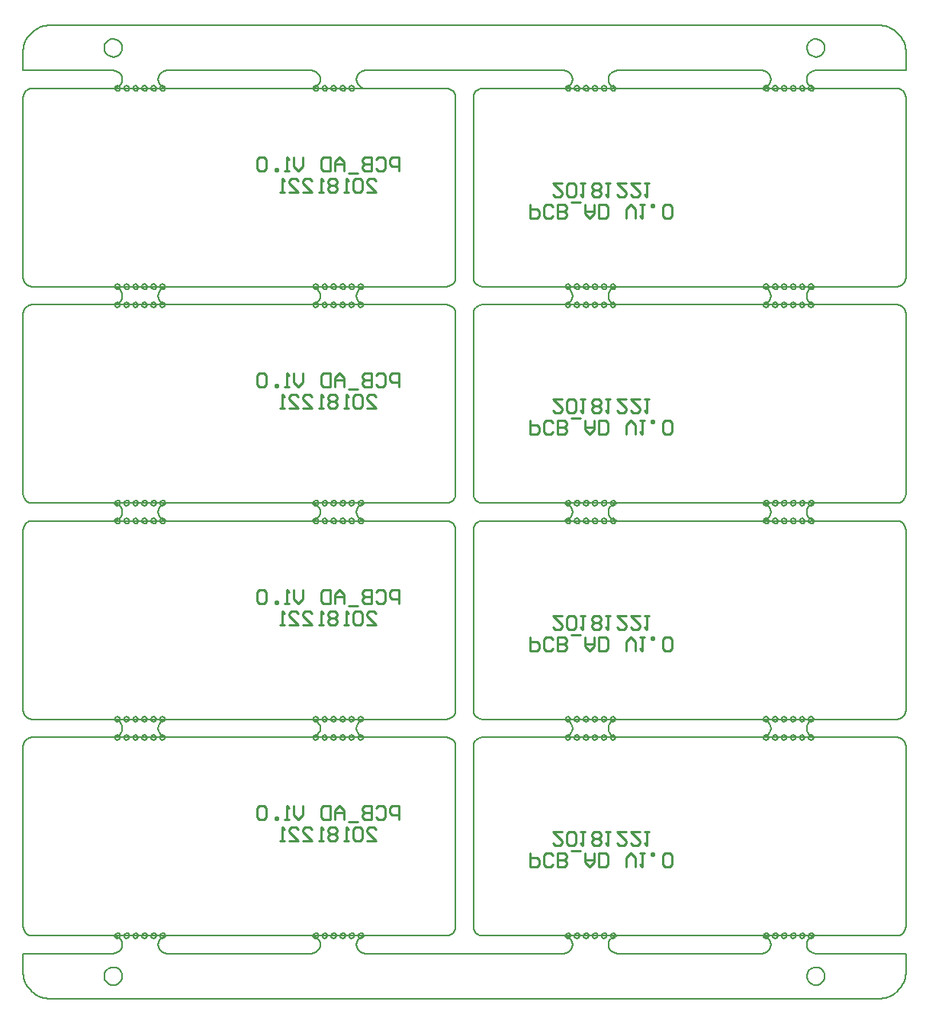
<source format=gbo>
G04*
G04 #@! TF.GenerationSoftware,Altium Limited,Altium Designer,18.0.7 (293)*
G04*
G04 Layer_Color=32896*
%FSLAX25Y25*%
%MOIN*%
G70*
G01*
G75*
%ADD18C,0.01000*%
%ADD21C,0.00787*%
G54D18*
X456968Y513114D02*
X452969D01*
X456968Y509116D01*
Y508116D01*
X455968Y507116D01*
X453969D01*
X452969Y508116D01*
X458967D02*
X459967Y507116D01*
X461966D01*
X462966Y508116D01*
Y512114D01*
X461966Y513114D01*
X459967D01*
X458967Y512114D01*
Y508116D01*
X464965Y513114D02*
X466965D01*
X465965D01*
Y507116D01*
X464965Y508116D01*
X469964D02*
X470963Y507116D01*
X472963D01*
X473962Y508116D01*
Y509116D01*
X472963Y510115D01*
X473962Y511115D01*
Y512114D01*
X472963Y513114D01*
X470963D01*
X469964Y512114D01*
Y511115D01*
X470963Y510115D01*
X469964Y509116D01*
Y508116D01*
X470963Y510115D02*
X472963D01*
X475962Y513114D02*
X477961D01*
X476961D01*
Y507116D01*
X475962Y508116D01*
X484959Y513114D02*
X480960D01*
X484959Y509116D01*
Y508116D01*
X483959Y507116D01*
X481960D01*
X480960Y508116D01*
X490957Y513114D02*
X486958D01*
X490957Y509116D01*
Y508116D01*
X489957Y507116D01*
X487958D01*
X486958Y508116D01*
X492956Y513114D02*
X494956D01*
X493956D01*
Y507116D01*
X492956Y508116D01*
X442972Y503779D02*
Y497781D01*
X445971D01*
X446971Y498781D01*
Y500780D01*
X445971Y501780D01*
X442972D01*
X452969Y498781D02*
X451969Y497781D01*
X449970D01*
X448971Y498781D01*
Y502779D01*
X449970Y503779D01*
X451969D01*
X452969Y502779D01*
X454969Y497781D02*
Y503779D01*
X457968D01*
X458967Y502779D01*
Y501780D01*
X457968Y500780D01*
X454969D01*
X457968D01*
X458967Y499780D01*
Y498781D01*
X457968Y497781D01*
X454969D01*
X460967Y504779D02*
X464965D01*
X466965Y503779D02*
Y499780D01*
X468964Y497781D01*
X470963Y499780D01*
Y503779D01*
Y500780D01*
X466965D01*
X472963Y497781D02*
Y503779D01*
X475962D01*
X476961Y502779D01*
Y498781D01*
X475962Y497781D01*
X472963D01*
X484959D02*
Y501780D01*
X486958Y503779D01*
X488958Y501780D01*
Y497781D01*
X490957Y503779D02*
X492956D01*
X491957D01*
Y497781D01*
X490957Y498781D01*
X495955Y503779D02*
Y502779D01*
X496955D01*
Y503779D01*
X495955D01*
X500954Y498781D02*
X501953Y497781D01*
X503953D01*
X504952Y498781D01*
Y502779D01*
X503953Y503779D01*
X501953D01*
X500954Y502779D01*
Y498781D01*
X456968Y418626D02*
X452969D01*
X456968Y414627D01*
Y413628D01*
X455968Y412628D01*
X453969D01*
X452969Y413628D01*
X458967D02*
X459967Y412628D01*
X461966D01*
X462966Y413628D01*
Y417626D01*
X461966Y418626D01*
X459967D01*
X458967Y417626D01*
Y413628D01*
X464965Y418626D02*
X466965D01*
X465965D01*
Y412628D01*
X464965Y413628D01*
X469964D02*
X470963Y412628D01*
X472963D01*
X473962Y413628D01*
Y414627D01*
X472963Y415627D01*
X473962Y416627D01*
Y417626D01*
X472963Y418626D01*
X470963D01*
X469964Y417626D01*
Y416627D01*
X470963Y415627D01*
X469964Y414627D01*
Y413628D01*
X470963Y415627D02*
X472963D01*
X475962Y418626D02*
X477961D01*
X476961D01*
Y412628D01*
X475962Y413628D01*
X484959Y418626D02*
X480960D01*
X484959Y414627D01*
Y413628D01*
X483959Y412628D01*
X481960D01*
X480960Y413628D01*
X490957Y418626D02*
X486958D01*
X490957Y414627D01*
Y413628D01*
X489957Y412628D01*
X487958D01*
X486958Y413628D01*
X492956Y418626D02*
X494956D01*
X493956D01*
Y412628D01*
X492956Y413628D01*
X442972Y409291D02*
Y403293D01*
X445971D01*
X446971Y404292D01*
Y406292D01*
X445971Y407292D01*
X442972D01*
X452969Y404292D02*
X451969Y403293D01*
X449970D01*
X448971Y404292D01*
Y408291D01*
X449970Y409291D01*
X451969D01*
X452969Y408291D01*
X454969Y403293D02*
Y409291D01*
X457968D01*
X458967Y408291D01*
Y407292D01*
X457968Y406292D01*
X454969D01*
X457968D01*
X458967Y405292D01*
Y404292D01*
X457968Y403293D01*
X454969D01*
X460967Y410290D02*
X464965D01*
X466965Y409291D02*
Y405292D01*
X468964Y403293D01*
X470963Y405292D01*
Y409291D01*
Y406292D01*
X466965D01*
X472963Y403293D02*
Y409291D01*
X475962D01*
X476961Y408291D01*
Y404292D01*
X475962Y403293D01*
X472963D01*
X484959D02*
Y407292D01*
X486958Y409291D01*
X488958Y407292D01*
Y403293D01*
X490957Y409291D02*
X492956D01*
X491957D01*
Y403293D01*
X490957Y404292D01*
X495955Y409291D02*
Y408291D01*
X496955D01*
Y409291D01*
X495955D01*
X500954Y404292D02*
X501953Y403293D01*
X503953D01*
X504952Y404292D01*
Y408291D01*
X503953Y409291D01*
X501953D01*
X500954Y408291D01*
Y404292D01*
X456968Y324138D02*
X452969D01*
X456968Y320139D01*
Y319139D01*
X455968Y318140D01*
X453969D01*
X452969Y319139D01*
X458967D02*
X459967Y318140D01*
X461966D01*
X462966Y319139D01*
Y323138D01*
X461966Y324138D01*
X459967D01*
X458967Y323138D01*
Y319139D01*
X464965Y324138D02*
X466965D01*
X465965D01*
Y318140D01*
X464965Y319139D01*
X469964D02*
X470963Y318140D01*
X472963D01*
X473962Y319139D01*
Y320139D01*
X472963Y321139D01*
X473962Y322139D01*
Y323138D01*
X472963Y324138D01*
X470963D01*
X469964Y323138D01*
Y322139D01*
X470963Y321139D01*
X469964Y320139D01*
Y319139D01*
X470963Y321139D02*
X472963D01*
X475962Y324138D02*
X477961D01*
X476961D01*
Y318140D01*
X475962Y319139D01*
X484959Y324138D02*
X480960D01*
X484959Y320139D01*
Y319139D01*
X483959Y318140D01*
X481960D01*
X480960Y319139D01*
X490957Y324138D02*
X486958D01*
X490957Y320139D01*
Y319139D01*
X489957Y318140D01*
X487958D01*
X486958Y319139D01*
X492956Y324138D02*
X494956D01*
X493956D01*
Y318140D01*
X492956Y319139D01*
X442972Y314803D02*
Y308805D01*
X445971D01*
X446971Y309804D01*
Y311804D01*
X445971Y312803D01*
X442972D01*
X452969Y309804D02*
X451969Y308805D01*
X449970D01*
X448971Y309804D01*
Y313803D01*
X449970Y314803D01*
X451969D01*
X452969Y313803D01*
X454969Y308805D02*
Y314803D01*
X457968D01*
X458967Y313803D01*
Y312803D01*
X457968Y311804D01*
X454969D01*
X457968D01*
X458967Y310804D01*
Y309804D01*
X457968Y308805D01*
X454969D01*
X460967Y315802D02*
X464965D01*
X466965Y314803D02*
Y310804D01*
X468964Y308805D01*
X470963Y310804D01*
Y314803D01*
Y311804D01*
X466965D01*
X472963Y308805D02*
Y314803D01*
X475962D01*
X476961Y313803D01*
Y309804D01*
X475962Y308805D01*
X472963D01*
X484959D02*
Y312803D01*
X486958Y314803D01*
X488958Y312803D01*
Y308805D01*
X490957Y314803D02*
X492956D01*
X491957D01*
Y308805D01*
X490957Y309804D01*
X495955Y314803D02*
Y313803D01*
X496955D01*
Y314803D01*
X495955D01*
X500954Y309804D02*
X501953Y308805D01*
X503953D01*
X504952Y309804D01*
Y313803D01*
X503953Y314803D01*
X501953D01*
X500954Y313803D01*
Y309804D01*
X456968Y229650D02*
X452969D01*
X456968Y225651D01*
Y224651D01*
X455968Y223652D01*
X453969D01*
X452969Y224651D01*
X458967D02*
X459967Y223652D01*
X461966D01*
X462966Y224651D01*
Y228650D01*
X461966Y229650D01*
X459967D01*
X458967Y228650D01*
Y224651D01*
X464965Y229650D02*
X466965D01*
X465965D01*
Y223652D01*
X464965Y224651D01*
X469964D02*
X470963Y223652D01*
X472963D01*
X473962Y224651D01*
Y225651D01*
X472963Y226651D01*
X473962Y227650D01*
Y228650D01*
X472963Y229650D01*
X470963D01*
X469964Y228650D01*
Y227650D01*
X470963Y226651D01*
X469964Y225651D01*
Y224651D01*
X470963Y226651D02*
X472963D01*
X475962Y229650D02*
X477961D01*
X476961D01*
Y223652D01*
X475962Y224651D01*
X484959Y229650D02*
X480960D01*
X484959Y225651D01*
Y224651D01*
X483959Y223652D01*
X481960D01*
X480960Y224651D01*
X490957Y229650D02*
X486958D01*
X490957Y225651D01*
Y224651D01*
X489957Y223652D01*
X487958D01*
X486958Y224651D01*
X492956Y229650D02*
X494956D01*
X493956D01*
Y223652D01*
X492956Y224651D01*
X442972Y220315D02*
Y214316D01*
X445971D01*
X446971Y215316D01*
Y217316D01*
X445971Y218315D01*
X442972D01*
X452969Y215316D02*
X451969Y214316D01*
X449970D01*
X448971Y215316D01*
Y219315D01*
X449970Y220315D01*
X451969D01*
X452969Y219315D01*
X454969Y214316D02*
Y220315D01*
X457968D01*
X458967Y219315D01*
Y218315D01*
X457968Y217316D01*
X454969D01*
X457968D01*
X458967Y216316D01*
Y215316D01*
X457968Y214316D01*
X454969D01*
X460967Y221314D02*
X464965D01*
X466965Y220315D02*
Y216316D01*
X468964Y214316D01*
X470963Y216316D01*
Y220315D01*
Y217316D01*
X466965D01*
X472963Y214316D02*
Y220315D01*
X475962D01*
X476961Y219315D01*
Y215316D01*
X475962Y214316D01*
X472963D01*
X484959D02*
Y218315D01*
X486958Y220315D01*
X488958Y218315D01*
Y214316D01*
X490957Y220315D02*
X492956D01*
X491957D01*
Y214316D01*
X490957Y215316D01*
X495955Y220315D02*
Y219315D01*
X496955D01*
Y220315D01*
X495955D01*
X500954Y215316D02*
X501953Y214316D01*
X503953D01*
X504952Y215316D01*
Y219315D01*
X503953Y220315D01*
X501953D01*
X500954Y219315D01*
Y215316D01*
X371859Y225713D02*
X375858D01*
X371859Y229711D01*
Y230711D01*
X372859Y231711D01*
X374858D01*
X375858Y230711D01*
X369860D02*
X368860Y231711D01*
X366861D01*
X365861Y230711D01*
Y226712D01*
X366861Y225713D01*
X368860D01*
X369860Y226712D01*
Y230711D01*
X363861Y225713D02*
X361862D01*
X362862D01*
Y231711D01*
X363861Y230711D01*
X358863D02*
X357863Y231711D01*
X355864D01*
X354864Y230711D01*
Y229711D01*
X355864Y228712D01*
X354864Y227712D01*
Y226712D01*
X355864Y225713D01*
X357863D01*
X358863Y226712D01*
Y227712D01*
X357863Y228712D01*
X358863Y229711D01*
Y230711D01*
X357863Y228712D02*
X355864D01*
X352865Y225713D02*
X350866D01*
X351865D01*
Y231711D01*
X352865Y230711D01*
X343868Y225713D02*
X347867D01*
X343868Y229711D01*
Y230711D01*
X344868Y231711D01*
X346867D01*
X347867Y230711D01*
X337870Y225713D02*
X341869D01*
X337870Y229711D01*
Y230711D01*
X338870Y231711D01*
X340869D01*
X341869Y230711D01*
X335871Y225713D02*
X333871D01*
X334871D01*
Y231711D01*
X335871Y230711D01*
X385854Y235048D02*
Y241046D01*
X382855D01*
X381856Y240046D01*
Y238047D01*
X382855Y237047D01*
X385854D01*
X375858Y240046D02*
X376857Y241046D01*
X378857D01*
X379856Y240046D01*
Y236047D01*
X378857Y235048D01*
X376857D01*
X375858Y236047D01*
X373858Y241046D02*
Y235048D01*
X370859D01*
X369860Y236047D01*
Y237047D01*
X370859Y238047D01*
X373858D01*
X370859D01*
X369860Y239046D01*
Y240046D01*
X370859Y241046D01*
X373858D01*
X367860Y234048D02*
X363861D01*
X361862Y235048D02*
Y239046D01*
X359863Y241046D01*
X357863Y239046D01*
Y235048D01*
Y238047D01*
X361862D01*
X355864Y241046D02*
Y235048D01*
X352865D01*
X351865Y236047D01*
Y240046D01*
X352865Y241046D01*
X355864D01*
X343868D02*
Y237047D01*
X341869Y235048D01*
X339869Y237047D01*
Y241046D01*
X337870Y235048D02*
X335871D01*
X336870D01*
Y241046D01*
X337870Y240046D01*
X332872Y235048D02*
Y236047D01*
X331872D01*
Y235048D01*
X332872D01*
X327873Y240046D02*
X326873Y241046D01*
X324874D01*
X323874Y240046D01*
Y236047D01*
X324874Y235048D01*
X326873D01*
X327873Y236047D01*
Y240046D01*
X371859Y320201D02*
X375858D01*
X371859Y324200D01*
Y325199D01*
X372859Y326199D01*
X374858D01*
X375858Y325199D01*
X369860D02*
X368860Y326199D01*
X366861D01*
X365861Y325199D01*
Y321200D01*
X366861Y320201D01*
X368860D01*
X369860Y321200D01*
Y325199D01*
X363861Y320201D02*
X361862D01*
X362862D01*
Y326199D01*
X363861Y325199D01*
X358863D02*
X357863Y326199D01*
X355864D01*
X354864Y325199D01*
Y324200D01*
X355864Y323200D01*
X354864Y322200D01*
Y321200D01*
X355864Y320201D01*
X357863D01*
X358863Y321200D01*
Y322200D01*
X357863Y323200D01*
X358863Y324200D01*
Y325199D01*
X357863Y323200D02*
X355864D01*
X352865Y320201D02*
X350866D01*
X351865D01*
Y326199D01*
X352865Y325199D01*
X343868Y320201D02*
X347867D01*
X343868Y324200D01*
Y325199D01*
X344868Y326199D01*
X346867D01*
X347867Y325199D01*
X337870Y320201D02*
X341869D01*
X337870Y324200D01*
Y325199D01*
X338870Y326199D01*
X340869D01*
X341869Y325199D01*
X335871Y320201D02*
X333871D01*
X334871D01*
Y326199D01*
X335871Y325199D01*
X385854Y329536D02*
Y335534D01*
X382855D01*
X381856Y334534D01*
Y332535D01*
X382855Y331535D01*
X385854D01*
X375858Y334534D02*
X376857Y335534D01*
X378857D01*
X379856Y334534D01*
Y330536D01*
X378857Y329536D01*
X376857D01*
X375858Y330536D01*
X373858Y335534D02*
Y329536D01*
X370859D01*
X369860Y330536D01*
Y331535D01*
X370859Y332535D01*
X373858D01*
X370859D01*
X369860Y333535D01*
Y334534D01*
X370859Y335534D01*
X373858D01*
X367860Y328536D02*
X363861D01*
X361862Y329536D02*
Y333535D01*
X359863Y335534D01*
X357863Y333535D01*
Y329536D01*
Y332535D01*
X361862D01*
X355864Y335534D02*
Y329536D01*
X352865D01*
X351865Y330536D01*
Y334534D01*
X352865Y335534D01*
X355864D01*
X343868D02*
Y331535D01*
X341869Y329536D01*
X339869Y331535D01*
Y335534D01*
X337870Y329536D02*
X335871D01*
X336870D01*
Y335534D01*
X337870Y334534D01*
X332872Y329536D02*
Y330536D01*
X331872D01*
Y329536D01*
X332872D01*
X327873Y334534D02*
X326873Y335534D01*
X324874D01*
X323874Y334534D01*
Y330536D01*
X324874Y329536D01*
X326873D01*
X327873Y330536D01*
Y334534D01*
X371859Y414689D02*
X375858D01*
X371859Y418688D01*
Y419687D01*
X372859Y420687D01*
X374858D01*
X375858Y419687D01*
X369860D02*
X368860Y420687D01*
X366861D01*
X365861Y419687D01*
Y415689D01*
X366861Y414689D01*
X368860D01*
X369860Y415689D01*
Y419687D01*
X363861Y414689D02*
X361862D01*
X362862D01*
Y420687D01*
X363861Y419687D01*
X358863D02*
X357863Y420687D01*
X355864D01*
X354864Y419687D01*
Y418688D01*
X355864Y417688D01*
X354864Y416688D01*
Y415689D01*
X355864Y414689D01*
X357863D01*
X358863Y415689D01*
Y416688D01*
X357863Y417688D01*
X358863Y418688D01*
Y419687D01*
X357863Y417688D02*
X355864D01*
X352865Y414689D02*
X350866D01*
X351865D01*
Y420687D01*
X352865Y419687D01*
X343868Y414689D02*
X347867D01*
X343868Y418688D01*
Y419687D01*
X344868Y420687D01*
X346867D01*
X347867Y419687D01*
X337870Y414689D02*
X341869D01*
X337870Y418688D01*
Y419687D01*
X338870Y420687D01*
X340869D01*
X341869Y419687D01*
X335871Y414689D02*
X333871D01*
X334871D01*
Y420687D01*
X335871Y419687D01*
X385854Y424024D02*
Y430022D01*
X382855D01*
X381856Y429023D01*
Y427023D01*
X382855Y426023D01*
X385854D01*
X375858Y429023D02*
X376857Y430022D01*
X378857D01*
X379856Y429023D01*
Y425024D01*
X378857Y424024D01*
X376857D01*
X375858Y425024D01*
X373858Y430022D02*
Y424024D01*
X370859D01*
X369860Y425024D01*
Y426023D01*
X370859Y427023D01*
X373858D01*
X370859D01*
X369860Y428023D01*
Y429023D01*
X370859Y430022D01*
X373858D01*
X367860Y423024D02*
X363861D01*
X361862Y424024D02*
Y428023D01*
X359863Y430022D01*
X357863Y428023D01*
Y424024D01*
Y427023D01*
X361862D01*
X355864Y430022D02*
Y424024D01*
X352865D01*
X351865Y425024D01*
Y429023D01*
X352865Y430022D01*
X355864D01*
X343868D02*
Y426023D01*
X341869Y424024D01*
X339869Y426023D01*
Y430022D01*
X337870Y424024D02*
X335871D01*
X336870D01*
Y430022D01*
X337870Y429023D01*
X332872Y424024D02*
Y425024D01*
X331872D01*
Y424024D01*
X332872D01*
X327873Y429023D02*
X326873Y430022D01*
X324874D01*
X323874Y429023D01*
Y425024D01*
X324874Y424024D01*
X326873D01*
X327873Y425024D01*
Y429023D01*
X371859Y509177D02*
X375858D01*
X371859Y513176D01*
Y514176D01*
X372859Y515175D01*
X374858D01*
X375858Y514176D01*
X369860D02*
X368860Y515175D01*
X366861D01*
X365861Y514176D01*
Y510177D01*
X366861Y509177D01*
X368860D01*
X369860Y510177D01*
Y514176D01*
X363861Y509177D02*
X361862D01*
X362862D01*
Y515175D01*
X363861Y514176D01*
X358863D02*
X357863Y515175D01*
X355864D01*
X354864Y514176D01*
Y513176D01*
X355864Y512176D01*
X354864Y511176D01*
Y510177D01*
X355864Y509177D01*
X357863D01*
X358863Y510177D01*
Y511176D01*
X357863Y512176D01*
X358863Y513176D01*
Y514176D01*
X357863Y512176D02*
X355864D01*
X352865Y509177D02*
X350866D01*
X351865D01*
Y515175D01*
X352865Y514176D01*
X343868Y509177D02*
X347867D01*
X343868Y513176D01*
Y514176D01*
X344868Y515175D01*
X346867D01*
X347867Y514176D01*
X337870Y509177D02*
X341869D01*
X337870Y513176D01*
Y514176D01*
X338870Y515175D01*
X340869D01*
X341869Y514176D01*
X335871Y509177D02*
X333871D01*
X334871D01*
Y515175D01*
X335871Y514176D01*
X385854Y518512D02*
Y524510D01*
X382855D01*
X381856Y523511D01*
Y521511D01*
X382855Y520512D01*
X385854D01*
X375858Y523511D02*
X376857Y524510D01*
X378857D01*
X379856Y523511D01*
Y519512D01*
X378857Y518512D01*
X376857D01*
X375858Y519512D01*
X373858Y524510D02*
Y518512D01*
X370859D01*
X369860Y519512D01*
Y520512D01*
X370859Y521511D01*
X373858D01*
X370859D01*
X369860Y522511D01*
Y523511D01*
X370859Y524510D01*
X373858D01*
X367860Y517513D02*
X363861D01*
X361862Y518512D02*
Y522511D01*
X359863Y524510D01*
X357863Y522511D01*
Y518512D01*
Y521511D01*
X361862D01*
X355864Y524510D02*
Y518512D01*
X352865D01*
X351865Y519512D01*
Y523511D01*
X352865Y524510D01*
X355864D01*
X343868D02*
Y520512D01*
X341869Y518512D01*
X339869Y520512D01*
Y524510D01*
X337870Y518512D02*
X335871D01*
X336870D01*
Y524510D01*
X337870Y523511D01*
X332872Y518512D02*
Y519512D01*
X331872D01*
Y518512D01*
X332872D01*
X327873Y523511D02*
X326873Y524510D01*
X324874D01*
X323874Y523511D01*
Y519512D01*
X324874Y518512D01*
X326873D01*
X327873Y519512D01*
Y523511D01*
G54D21*
X264020Y554453D02*
X263575Y555376D01*
X262576Y555604D01*
X261774Y554965D01*
Y553940D01*
X262576Y553301D01*
X263575Y553529D01*
X264020Y554453D01*
X283705D02*
X283260Y555376D01*
X282261Y555604D01*
X281459Y554965D01*
Y553940D01*
X282261Y553301D01*
X283260Y553529D01*
X283705Y554453D01*
X567169D02*
X566725Y555376D01*
X565725Y555604D01*
X564924Y554965D01*
Y553940D01*
X565725Y553301D01*
X566725Y553529D01*
X567169Y554453D01*
X480555D02*
X480110Y555376D01*
X479111Y555604D01*
X478310Y554965D01*
Y553940D01*
X479111Y553301D01*
X480110Y553529D01*
X480555Y554453D01*
X283705Y459965D02*
X283260Y460888D01*
X282261Y461116D01*
X281459Y460477D01*
Y459452D01*
X282261Y458813D01*
X283260Y459041D01*
X283705Y459965D01*
Y467839D02*
X283260Y468762D01*
X282261Y468990D01*
X281459Y468351D01*
Y467326D01*
X282261Y466687D01*
X283260Y466915D01*
X283705Y467839D01*
X370319Y459965D02*
X369874Y460888D01*
X368875Y461116D01*
X368074Y460477D01*
Y459452D01*
X368875Y458813D01*
X369874Y459041D01*
X370319Y459965D01*
Y467839D02*
X369874Y468762D01*
X368875Y468990D01*
X368074Y468351D01*
Y467326D01*
X368875Y466687D01*
X369874Y466915D01*
X370319Y467839D01*
X480555Y459965D02*
X480110Y460888D01*
X479111Y461116D01*
X478310Y460477D01*
Y459452D01*
X479111Y458813D01*
X480110Y459041D01*
X480555Y459965D01*
Y467839D02*
X480110Y468762D01*
X479111Y468990D01*
X478310Y468351D01*
Y467326D01*
X479111Y466687D01*
X480110Y466915D01*
X480555Y467839D01*
X567169Y459965D02*
X566725Y460888D01*
X565725Y461116D01*
X564924Y460477D01*
Y459452D01*
X565725Y458813D01*
X566725Y459041D01*
X567169Y459965D01*
Y467839D02*
X566725Y468762D01*
X565725Y468990D01*
X564924Y468351D01*
Y467326D01*
X565725Y466687D01*
X566725Y466915D01*
X567169Y467839D01*
Y365476D02*
X566725Y366400D01*
X565725Y366628D01*
X564924Y365989D01*
Y364964D01*
X565725Y364325D01*
X566725Y364553D01*
X567169Y365476D01*
Y373350D02*
X566725Y374274D01*
X565725Y374502D01*
X564924Y373863D01*
Y372838D01*
X565725Y372199D01*
X566725Y372427D01*
X567169Y373350D01*
X480555Y365476D02*
X480110Y366400D01*
X479111Y366628D01*
X478310Y365989D01*
Y364964D01*
X479111Y364325D01*
X480110Y364553D01*
X480555Y365476D01*
Y373350D02*
X480110Y374274D01*
X479111Y374502D01*
X478310Y373863D01*
Y372838D01*
X479111Y372199D01*
X480110Y372427D01*
X480555Y373350D01*
X370319Y365476D02*
X369874Y366400D01*
X368875Y366628D01*
X368074Y365989D01*
Y364964D01*
X368875Y364325D01*
X369874Y364553D01*
X370319Y365476D01*
Y373350D02*
X369874Y374274D01*
X368875Y374502D01*
X368074Y373863D01*
Y372838D01*
X368875Y372199D01*
X369874Y372427D01*
X370319Y373350D01*
X283705Y365476D02*
X283260Y366400D01*
X282261Y366628D01*
X281459Y365989D01*
Y364964D01*
X282261Y364325D01*
X283260Y364553D01*
X283705Y365476D01*
Y373350D02*
X283260Y374274D01*
X282261Y374502D01*
X281459Y373863D01*
Y372838D01*
X282261Y372199D01*
X283260Y372427D01*
X283705Y373350D01*
X370319Y270988D02*
X369874Y271912D01*
X368875Y272140D01*
X368074Y271501D01*
Y270476D01*
X368875Y269837D01*
X369874Y270065D01*
X370319Y270988D01*
Y278862D02*
X369874Y279786D01*
X368875Y280014D01*
X368074Y279375D01*
Y278350D01*
X368875Y277711D01*
X369874Y277939D01*
X370319Y278862D01*
X283705Y270988D02*
X283260Y271912D01*
X282261Y272140D01*
X281459Y271501D01*
Y270476D01*
X282261Y269837D01*
X283260Y270065D01*
X283705Y270988D01*
Y278862D02*
X283260Y279786D01*
X282261Y280014D01*
X281459Y279375D01*
Y278350D01*
X282261Y277711D01*
X283260Y277939D01*
X283705Y278862D01*
X480555Y270988D02*
X480110Y271912D01*
X479111Y272140D01*
X478310Y271501D01*
Y270476D01*
X479111Y269837D01*
X480110Y270065D01*
X480555Y270988D01*
Y278862D02*
X480110Y279786D01*
X479111Y280014D01*
X478310Y279375D01*
Y278350D01*
X479111Y277711D01*
X480110Y277939D01*
X480555Y278862D01*
X567169Y270988D02*
X566725Y271912D01*
X565725Y272140D01*
X564924Y271501D01*
Y270476D01*
X565725Y269837D01*
X566725Y270065D01*
X567169Y270988D01*
Y278862D02*
X566725Y279786D01*
X565725Y280014D01*
X564924Y279375D01*
Y278350D01*
X565725Y277711D01*
X566725Y277939D01*
X567169Y278862D01*
Y184374D02*
X566725Y185297D01*
X565725Y185526D01*
X564924Y184887D01*
Y183862D01*
X565725Y183222D01*
X566725Y183451D01*
X567169Y184374D01*
X480555D02*
X480110Y185297D01*
X479111Y185526D01*
X478310Y184887D01*
Y183862D01*
X479111Y183222D01*
X480110Y183451D01*
X480555Y184374D01*
X370319D02*
X369874Y185297D01*
X368875Y185526D01*
X368074Y184887D01*
Y183862D01*
X368875Y183222D01*
X369874Y183451D01*
X370319Y184374D01*
X283705D02*
X283260Y185297D01*
X282261Y185526D01*
X281459Y184887D01*
Y183862D01*
X282261Y183222D01*
X283260Y183451D01*
X283705Y184374D01*
X547484D02*
X547040Y185297D01*
X546040Y185526D01*
X545239Y184887D01*
Y183862D01*
X546040Y183222D01*
X547040Y183451D01*
X547484Y184374D01*
X476618D02*
X476173Y185297D01*
X475174Y185526D01*
X474373Y184887D01*
Y183862D01*
X475174Y183222D01*
X476173Y183451D01*
X476618Y184374D01*
X547484Y270988D02*
X547040Y271912D01*
X546040Y272140D01*
X545239Y271501D01*
Y270476D01*
X546040Y269837D01*
X547040Y270065D01*
X547484Y270988D01*
Y278862D02*
X547040Y279786D01*
X546040Y280014D01*
X545239Y279375D01*
Y278350D01*
X546040Y277711D01*
X547040Y277939D01*
X547484Y278862D01*
X476618Y270988D02*
X476173Y271912D01*
X475174Y272140D01*
X474373Y271501D01*
Y270476D01*
X475174Y269837D01*
X476173Y270065D01*
X476618Y270988D01*
Y278862D02*
X476173Y279786D01*
X475174Y280014D01*
X474373Y279375D01*
Y278350D01*
X475174Y277711D01*
X476173Y277939D01*
X476618Y278862D01*
X547484Y365476D02*
X547040Y366400D01*
X546040Y366628D01*
X545239Y365989D01*
Y364964D01*
X546040Y364325D01*
X547040Y364553D01*
X547484Y365476D01*
Y373350D02*
X547040Y374274D01*
X546040Y374502D01*
X545239Y373863D01*
Y372838D01*
X546040Y372199D01*
X547040Y372427D01*
X547484Y373350D01*
X476618Y365476D02*
X476173Y366400D01*
X475174Y366628D01*
X474373Y365989D01*
Y364964D01*
X475174Y364325D01*
X476173Y364553D01*
X476618Y365476D01*
Y373350D02*
X476173Y374274D01*
X475174Y374502D01*
X474373Y373863D01*
Y372838D01*
X475174Y372199D01*
X476173Y372427D01*
X476618Y373350D01*
X547484Y467839D02*
X547040Y468762D01*
X546040Y468990D01*
X545239Y468351D01*
Y467326D01*
X546040Y466687D01*
X547040Y466915D01*
X547484Y467839D01*
Y459965D02*
X547040Y460888D01*
X546040Y461116D01*
X545239Y460477D01*
Y459452D01*
X546040Y458813D01*
X547040Y459041D01*
X547484Y459965D01*
X476618D02*
X476173Y460888D01*
X475174Y461116D01*
X474373Y460477D01*
Y459452D01*
X475174Y458813D01*
X476173Y459041D01*
X476618Y459965D01*
Y467839D02*
X476173Y468762D01*
X475174Y468990D01*
X474373Y468351D01*
Y467326D01*
X475174Y466687D01*
X476173Y466915D01*
X476618Y467839D01*
X547484Y554453D02*
X547040Y555376D01*
X546040Y555604D01*
X545239Y554965D01*
Y553940D01*
X546040Y553301D01*
X547040Y553529D01*
X547484Y554453D01*
X476618D02*
X476173Y555376D01*
X475174Y555604D01*
X474373Y554965D01*
Y553940D01*
X475174Y553301D01*
X476173Y553529D01*
X476618Y554453D01*
X350634D02*
X350189Y555376D01*
X349190Y555604D01*
X348389Y554965D01*
Y553940D01*
X349190Y553301D01*
X350189Y553529D01*
X350634Y554453D01*
X279768D02*
X279323Y555376D01*
X278324Y555604D01*
X277522Y554965D01*
Y553940D01*
X278324Y553301D01*
X279323Y553529D01*
X279768Y554453D01*
X350634Y459965D02*
X350189Y460888D01*
X349190Y461116D01*
X348389Y460477D01*
Y459452D01*
X349190Y458813D01*
X350189Y459041D01*
X350634Y459965D01*
Y467839D02*
X350189Y468762D01*
X349190Y468990D01*
X348389Y468351D01*
Y467326D01*
X349190Y466687D01*
X350189Y466915D01*
X350634Y467839D01*
X279768Y459965D02*
X279323Y460888D01*
X278324Y461116D01*
X277522Y460477D01*
Y459452D01*
X278324Y458813D01*
X279323Y459041D01*
X279768Y459965D01*
Y467839D02*
X279323Y468762D01*
X278324Y468990D01*
X277522Y468351D01*
Y467326D01*
X278324Y466687D01*
X279323Y466915D01*
X279768Y467839D01*
X350634Y365476D02*
X350189Y366400D01*
X349190Y366628D01*
X348389Y365989D01*
Y364964D01*
X349190Y364325D01*
X350189Y364553D01*
X350634Y365476D01*
Y373350D02*
X350189Y374274D01*
X349190Y374502D01*
X348389Y373863D01*
Y372838D01*
X349190Y372199D01*
X350189Y372427D01*
X350634Y373350D01*
X279768Y365476D02*
X279323Y366400D01*
X278324Y366628D01*
X277522Y365989D01*
Y364964D01*
X278324Y364325D01*
X279323Y364553D01*
X279768Y365476D01*
Y373350D02*
X279323Y374274D01*
X278324Y374502D01*
X277522Y373863D01*
Y372838D01*
X278324Y372199D01*
X279323Y372427D01*
X279768Y373350D01*
X350634Y270988D02*
X350189Y271912D01*
X349190Y272140D01*
X348389Y271501D01*
Y270476D01*
X349190Y269837D01*
X350189Y270065D01*
X350634Y270988D01*
Y278862D02*
X350189Y279786D01*
X349190Y280014D01*
X348389Y279375D01*
Y278350D01*
X349190Y277711D01*
X350189Y277939D01*
X350634Y278862D01*
X279768Y270988D02*
X279323Y271912D01*
X278324Y272140D01*
X277522Y271501D01*
Y270476D01*
X278324Y269837D01*
X279323Y270065D01*
X279768Y270988D01*
Y278862D02*
X279323Y279786D01*
X278324Y280014D01*
X277522Y279375D01*
Y278350D01*
X278324Y277711D01*
X279323Y277939D01*
X279768Y278862D01*
X350634Y184374D02*
X350189Y185297D01*
X349190Y185526D01*
X348389Y184887D01*
Y183862D01*
X349190Y183222D01*
X350189Y183451D01*
X350634Y184374D01*
X279768D02*
X279323Y185297D01*
X278324Y185526D01*
X277522Y184887D01*
Y183862D01*
X278324Y183222D01*
X279323Y183451D01*
X279768Y184374D01*
X551421Y270988D02*
X550977Y271912D01*
X549977Y272140D01*
X549176Y271501D01*
Y270476D01*
X549977Y269837D01*
X550977Y270065D01*
X551421Y270988D01*
X555358D02*
X554914Y271912D01*
X553914Y272140D01*
X553113Y271501D01*
Y270476D01*
X553914Y269837D01*
X554914Y270065D01*
X555358Y270988D01*
X559295D02*
X558851Y271912D01*
X557851Y272140D01*
X557050Y271501D01*
Y270476D01*
X557851Y269837D01*
X558851Y270065D01*
X559295Y270988D01*
X563232D02*
X562788Y271912D01*
X561788Y272140D01*
X560987Y271501D01*
Y270476D01*
X561788Y269837D01*
X562788Y270065D01*
X563232Y270988D01*
X551421Y278862D02*
X550977Y279786D01*
X549977Y280014D01*
X549176Y279375D01*
Y278350D01*
X549977Y277711D01*
X550977Y277939D01*
X551421Y278862D01*
X555358D02*
X554914Y279786D01*
X553914Y280014D01*
X553113Y279375D01*
Y278350D01*
X553914Y277711D01*
X554914Y277939D01*
X555358Y278862D01*
X559295D02*
X558851Y279786D01*
X557851Y280014D01*
X557050Y279375D01*
Y278350D01*
X557851Y277711D01*
X558851Y277939D01*
X559295Y278862D01*
X563232D02*
X562788Y279786D01*
X561788Y280014D01*
X560987Y279375D01*
Y278350D01*
X561788Y277711D01*
X562788Y277939D01*
X563232Y278862D01*
X460870Y270988D02*
X460425Y271912D01*
X459426Y272140D01*
X458625Y271501D01*
Y270476D01*
X459426Y269837D01*
X460425Y270065D01*
X460870Y270988D01*
X464807D02*
X464362Y271912D01*
X463363Y272140D01*
X462562Y271501D01*
Y270476D01*
X463363Y269837D01*
X464362Y270065D01*
X464807Y270988D01*
X468744D02*
X468299Y271912D01*
X467300Y272140D01*
X466499Y271501D01*
Y270476D01*
X467300Y269837D01*
X468299Y270065D01*
X468744Y270988D01*
X472681D02*
X472236Y271912D01*
X471237Y272140D01*
X470436Y271501D01*
Y270476D01*
X471237Y269837D01*
X472236Y270065D01*
X472681Y270988D01*
X460870Y278862D02*
X460425Y279786D01*
X459426Y280014D01*
X458625Y279375D01*
Y278350D01*
X459426Y277711D01*
X460425Y277939D01*
X460870Y278862D01*
X464807D02*
X464362Y279786D01*
X463363Y280014D01*
X462562Y279375D01*
Y278350D01*
X463363Y277711D01*
X464362Y277939D01*
X464807Y278862D01*
X468744D02*
X468299Y279786D01*
X467300Y280014D01*
X466499Y279375D01*
Y278350D01*
X467300Y277711D01*
X468299Y277939D01*
X468744Y278862D01*
X472681D02*
X472236Y279786D01*
X471237Y280014D01*
X470436Y279375D01*
Y278350D01*
X471237Y277711D01*
X472236Y277939D01*
X472681Y278862D01*
X551421Y365476D02*
X550977Y366400D01*
X549977Y366628D01*
X549176Y365989D01*
Y364964D01*
X549977Y364325D01*
X550977Y364553D01*
X551421Y365476D01*
X555358D02*
X554914Y366400D01*
X553914Y366628D01*
X553113Y365989D01*
Y364964D01*
X553914Y364325D01*
X554914Y364553D01*
X555358Y365476D01*
X559295D02*
X558851Y366400D01*
X557851Y366628D01*
X557050Y365989D01*
Y364964D01*
X557851Y364325D01*
X558851Y364553D01*
X559295Y365476D01*
X563232D02*
X562788Y366400D01*
X561788Y366628D01*
X560987Y365989D01*
Y364964D01*
X561788Y364325D01*
X562788Y364553D01*
X563232Y365476D01*
X551421Y373350D02*
X550977Y374274D01*
X549977Y374502D01*
X549176Y373863D01*
Y372838D01*
X549977Y372199D01*
X550977Y372427D01*
X551421Y373350D01*
X555358D02*
X554914Y374274D01*
X553914Y374502D01*
X553113Y373863D01*
Y372838D01*
X553914Y372199D01*
X554914Y372427D01*
X555358Y373350D01*
X559295D02*
X558851Y374274D01*
X557851Y374502D01*
X557050Y373863D01*
Y372838D01*
X557851Y372199D01*
X558851Y372427D01*
X559295Y373350D01*
X563232D02*
X562788Y374274D01*
X561788Y374502D01*
X560987Y373863D01*
Y372838D01*
X561788Y372199D01*
X562788Y372427D01*
X563232Y373350D01*
X460870Y365476D02*
X460425Y366400D01*
X459426Y366628D01*
X458625Y365989D01*
Y364964D01*
X459426Y364325D01*
X460425Y364553D01*
X460870Y365476D01*
X464807D02*
X464362Y366400D01*
X463363Y366628D01*
X462562Y365989D01*
Y364964D01*
X463363Y364325D01*
X464362Y364553D01*
X464807Y365476D01*
X468744D02*
X468299Y366400D01*
X467300Y366628D01*
X466499Y365989D01*
Y364964D01*
X467300Y364325D01*
X468299Y364553D01*
X468744Y365476D01*
X472681D02*
X472236Y366400D01*
X471237Y366628D01*
X470436Y365989D01*
Y364964D01*
X471237Y364325D01*
X472236Y364553D01*
X472681Y365476D01*
X460870Y373350D02*
X460425Y374274D01*
X459426Y374502D01*
X458625Y373863D01*
Y372838D01*
X459426Y372199D01*
X460425Y372427D01*
X460870Y373350D01*
X464807D02*
X464362Y374274D01*
X463363Y374502D01*
X462562Y373863D01*
Y372838D01*
X463363Y372199D01*
X464362Y372427D01*
X464807Y373350D01*
X468744D02*
X468299Y374274D01*
X467300Y374502D01*
X466499Y373863D01*
Y372838D01*
X467300Y372199D01*
X468299Y372427D01*
X468744Y373350D01*
X472681D02*
X472236Y374274D01*
X471237Y374502D01*
X470436Y373863D01*
Y372838D01*
X471237Y372199D01*
X472236Y372427D01*
X472681Y373350D01*
X551421Y459965D02*
X550977Y460888D01*
X549977Y461116D01*
X549176Y460477D01*
Y459452D01*
X549977Y458813D01*
X550977Y459041D01*
X551421Y459965D01*
X555358D02*
X554914Y460888D01*
X553914Y461116D01*
X553113Y460477D01*
Y459452D01*
X553914Y458813D01*
X554914Y459041D01*
X555358Y459965D01*
X559295D02*
X558851Y460888D01*
X557851Y461116D01*
X557050Y460477D01*
Y459452D01*
X557851Y458813D01*
X558851Y459041D01*
X559295Y459965D01*
X563232D02*
X562788Y460888D01*
X561788Y461116D01*
X560987Y460477D01*
Y459452D01*
X561788Y458813D01*
X562788Y459041D01*
X563232Y459965D01*
X551421Y467839D02*
X550977Y468762D01*
X549977Y468990D01*
X549176Y468351D01*
Y467326D01*
X549977Y466687D01*
X550977Y466915D01*
X551421Y467839D01*
X555358D02*
X554914Y468762D01*
X553914Y468990D01*
X553113Y468351D01*
Y467326D01*
X553914Y466687D01*
X554914Y466915D01*
X555358Y467839D01*
X559295D02*
X558851Y468762D01*
X557851Y468990D01*
X557050Y468351D01*
Y467326D01*
X557851Y466687D01*
X558851Y466915D01*
X559295Y467839D01*
X563232D02*
X562788Y468762D01*
X561788Y468990D01*
X560987Y468351D01*
Y467326D01*
X561788Y466687D01*
X562788Y466915D01*
X563232Y467839D01*
X460870Y459965D02*
X460425Y460888D01*
X459426Y461116D01*
X458625Y460477D01*
Y459452D01*
X459426Y458813D01*
X460425Y459041D01*
X460870Y459965D01*
X464807D02*
X464362Y460888D01*
X463363Y461116D01*
X462562Y460477D01*
Y459452D01*
X463363Y458813D01*
X464362Y459041D01*
X464807Y459965D01*
X468744D02*
X468299Y460888D01*
X467300Y461116D01*
X466499Y460477D01*
Y459452D01*
X467300Y458813D01*
X468299Y459041D01*
X468744Y459965D01*
X472681D02*
X472236Y460888D01*
X471237Y461116D01*
X470436Y460477D01*
Y459452D01*
X471237Y458813D01*
X472236Y459041D01*
X472681Y459965D01*
X460870Y467839D02*
X460425Y468762D01*
X459426Y468990D01*
X458625Y468351D01*
Y467326D01*
X459426Y466687D01*
X460425Y466915D01*
X460870Y467839D01*
X464807D02*
X464362Y468762D01*
X463363Y468990D01*
X462562Y468351D01*
Y467326D01*
X463363Y466687D01*
X464362Y466915D01*
X464807Y467839D01*
X468744D02*
X468299Y468762D01*
X467300Y468990D01*
X466499Y468351D01*
Y467326D01*
X467300Y466687D01*
X468299Y466915D01*
X468744Y467839D01*
X472681D02*
X472236Y468762D01*
X471237Y468990D01*
X470436Y468351D01*
Y467326D01*
X471237Y466687D01*
X472236Y466915D01*
X472681Y467839D01*
X551421Y554453D02*
X550977Y555376D01*
X549977Y555604D01*
X549176Y554965D01*
Y553940D01*
X549977Y553301D01*
X550977Y553529D01*
X551421Y554453D01*
X555358D02*
X554914Y555376D01*
X553914Y555604D01*
X553113Y554965D01*
Y553940D01*
X553914Y553301D01*
X554914Y553529D01*
X555358Y554453D01*
X559295D02*
X558851Y555376D01*
X557851Y555604D01*
X557050Y554965D01*
Y553940D01*
X557851Y553301D01*
X558851Y553529D01*
X559295Y554453D01*
X563232D02*
X562788Y555376D01*
X561788Y555604D01*
X560987Y554965D01*
Y553940D01*
X561788Y553301D01*
X562788Y553529D01*
X563232Y554453D01*
X460870D02*
X460425Y555376D01*
X459426Y555604D01*
X458625Y554965D01*
Y553940D01*
X459426Y553301D01*
X460425Y553529D01*
X460870Y554453D01*
X464807D02*
X464362Y555376D01*
X463363Y555604D01*
X462562Y554965D01*
Y553940D01*
X463363Y553301D01*
X464362Y553529D01*
X464807Y554453D01*
X468744D02*
X468299Y555376D01*
X467300Y555604D01*
X466499Y554965D01*
Y553940D01*
X467300Y553301D01*
X468299Y553529D01*
X468744Y554453D01*
X472681D02*
X472236Y555376D01*
X471237Y555604D01*
X470436Y554965D01*
Y553940D01*
X471237Y553301D01*
X472236Y553529D01*
X472681Y554453D01*
X354571D02*
X354126Y555376D01*
X353127Y555604D01*
X352326Y554965D01*
Y553940D01*
X353127Y553301D01*
X354126Y553529D01*
X354571Y554453D01*
X358508D02*
X358063Y555376D01*
X357064Y555604D01*
X356263Y554965D01*
Y553940D01*
X357064Y553301D01*
X358063Y553529D01*
X358508Y554453D01*
X362445D02*
X362000Y555376D01*
X361001Y555604D01*
X360200Y554965D01*
Y553940D01*
X361001Y553301D01*
X362000Y553529D01*
X362445Y554453D01*
X366382D02*
X365937Y555376D01*
X364938Y555604D01*
X364137Y554965D01*
Y553940D01*
X364938Y553301D01*
X365937Y553529D01*
X366382Y554453D01*
X267957D02*
X267512Y555376D01*
X266513Y555604D01*
X265711Y554965D01*
Y553940D01*
X266513Y553301D01*
X267512Y553529D01*
X267957Y554453D01*
X271894D02*
X271449Y555376D01*
X270450Y555604D01*
X269649Y554965D01*
Y553940D01*
X270450Y553301D01*
X271449Y553529D01*
X271894Y554453D01*
X275831D02*
X275386Y555376D01*
X274387Y555604D01*
X273586Y554965D01*
Y553940D01*
X274387Y553301D01*
X275386Y553529D01*
X275831Y554453D01*
X354571Y459965D02*
X354126Y460888D01*
X353127Y461116D01*
X352326Y460477D01*
Y459452D01*
X353127Y458813D01*
X354126Y459041D01*
X354571Y459965D01*
X358508D02*
X358063Y460888D01*
X357064Y461116D01*
X356263Y460477D01*
Y459452D01*
X357064Y458813D01*
X358063Y459041D01*
X358508Y459965D01*
X362445D02*
X362000Y460888D01*
X361001Y461116D01*
X360200Y460477D01*
Y459452D01*
X361001Y458813D01*
X362000Y459041D01*
X362445Y459965D01*
X366382D02*
X365937Y460888D01*
X364938Y461116D01*
X364137Y460477D01*
Y459452D01*
X364938Y458813D01*
X365937Y459041D01*
X366382Y459965D01*
X354571Y467839D02*
X354126Y468762D01*
X353127Y468990D01*
X352326Y468351D01*
Y467326D01*
X353127Y466687D01*
X354126Y466915D01*
X354571Y467839D01*
X358508D02*
X358063Y468762D01*
X357064Y468990D01*
X356263Y468351D01*
Y467326D01*
X357064Y466687D01*
X358063Y466915D01*
X358508Y467839D01*
X362445D02*
X362000Y468762D01*
X361001Y468990D01*
X360200Y468351D01*
Y467326D01*
X361001Y466687D01*
X362000Y466915D01*
X362445Y467839D01*
X366382D02*
X365937Y468762D01*
X364938Y468990D01*
X364137Y468351D01*
Y467326D01*
X364938Y466687D01*
X365937Y466915D01*
X366382Y467839D01*
X264020Y459965D02*
X263575Y460888D01*
X262576Y461116D01*
X261774Y460477D01*
Y459452D01*
X262576Y458813D01*
X263575Y459041D01*
X264020Y459965D01*
X267957D02*
X267512Y460888D01*
X266513Y461116D01*
X265711Y460477D01*
Y459452D01*
X266513Y458813D01*
X267512Y459041D01*
X267957Y459965D01*
X271894D02*
X271449Y460888D01*
X270450Y461116D01*
X269649Y460477D01*
Y459452D01*
X270450Y458813D01*
X271449Y459041D01*
X271894Y459965D01*
X275831D02*
X275386Y460888D01*
X274387Y461116D01*
X273586Y460477D01*
Y459452D01*
X274387Y458813D01*
X275386Y459041D01*
X275831Y459965D01*
X264020Y467839D02*
X263575Y468762D01*
X262576Y468990D01*
X261774Y468351D01*
Y467326D01*
X262576Y466687D01*
X263575Y466915D01*
X264020Y467839D01*
X267957D02*
X267512Y468762D01*
X266513Y468990D01*
X265711Y468351D01*
Y467326D01*
X266513Y466687D01*
X267512Y466915D01*
X267957Y467839D01*
X271894D02*
X271449Y468762D01*
X270450Y468990D01*
X269649Y468351D01*
Y467326D01*
X270450Y466687D01*
X271449Y466915D01*
X271894Y467839D01*
X275831D02*
X275386Y468762D01*
X274387Y468990D01*
X273586Y468351D01*
Y467326D01*
X274387Y466687D01*
X275386Y466915D01*
X275831Y467839D01*
X354571Y365476D02*
X354126Y366400D01*
X353127Y366628D01*
X352326Y365989D01*
Y364964D01*
X353127Y364325D01*
X354126Y364553D01*
X354571Y365476D01*
X358508D02*
X358063Y366400D01*
X357064Y366628D01*
X356263Y365989D01*
Y364964D01*
X357064Y364325D01*
X358063Y364553D01*
X358508Y365476D01*
X362445D02*
X362000Y366400D01*
X361001Y366628D01*
X360200Y365989D01*
Y364964D01*
X361001Y364325D01*
X362000Y364553D01*
X362445Y365476D01*
X366382D02*
X365937Y366400D01*
X364938Y366628D01*
X364137Y365989D01*
Y364964D01*
X364938Y364325D01*
X365937Y364553D01*
X366382Y365476D01*
X354571Y373350D02*
X354126Y374274D01*
X353127Y374502D01*
X352326Y373863D01*
Y372838D01*
X353127Y372199D01*
X354126Y372427D01*
X354571Y373350D01*
X358508D02*
X358063Y374274D01*
X357064Y374502D01*
X356263Y373863D01*
Y372838D01*
X357064Y372199D01*
X358063Y372427D01*
X358508Y373350D01*
X362445D02*
X362000Y374274D01*
X361001Y374502D01*
X360200Y373863D01*
Y372838D01*
X361001Y372199D01*
X362000Y372427D01*
X362445Y373350D01*
X366382D02*
X365937Y374274D01*
X364938Y374502D01*
X364137Y373863D01*
Y372838D01*
X364938Y372199D01*
X365937Y372427D01*
X366382Y373350D01*
X264020Y365476D02*
X263575Y366400D01*
X262576Y366628D01*
X261774Y365989D01*
Y364964D01*
X262576Y364325D01*
X263575Y364553D01*
X264020Y365476D01*
X267957D02*
X267512Y366400D01*
X266513Y366628D01*
X265711Y365989D01*
Y364964D01*
X266513Y364325D01*
X267512Y364553D01*
X267957Y365476D01*
X271894D02*
X271449Y366400D01*
X270450Y366628D01*
X269649Y365989D01*
Y364964D01*
X270450Y364325D01*
X271449Y364553D01*
X271894Y365476D01*
X275831D02*
X275386Y366400D01*
X274387Y366628D01*
X273586Y365989D01*
Y364964D01*
X274387Y364325D01*
X275386Y364553D01*
X275831Y365476D01*
X264020Y373350D02*
X263575Y374274D01*
X262576Y374502D01*
X261774Y373863D01*
Y372838D01*
X262576Y372199D01*
X263575Y372427D01*
X264020Y373350D01*
X267957D02*
X267512Y374274D01*
X266513Y374502D01*
X265711Y373863D01*
Y372838D01*
X266513Y372199D01*
X267512Y372427D01*
X267957Y373350D01*
X271894D02*
X271449Y374274D01*
X270450Y374502D01*
X269649Y373863D01*
Y372838D01*
X270450Y372199D01*
X271449Y372427D01*
X271894Y373350D01*
X275831D02*
X275386Y374274D01*
X274387Y374502D01*
X273586Y373863D01*
Y372838D01*
X274387Y372199D01*
X275386Y372427D01*
X275831Y373350D01*
X354571Y270988D02*
X354126Y271912D01*
X353127Y272140D01*
X352326Y271501D01*
Y270476D01*
X353127Y269837D01*
X354126Y270065D01*
X354571Y270988D01*
X358508D02*
X358063Y271912D01*
X357064Y272140D01*
X356263Y271501D01*
Y270476D01*
X357064Y269837D01*
X358063Y270065D01*
X358508Y270988D01*
X362445D02*
X362000Y271912D01*
X361001Y272140D01*
X360200Y271501D01*
Y270476D01*
X361001Y269837D01*
X362000Y270065D01*
X362445Y270988D01*
X366382D02*
X365937Y271912D01*
X364938Y272140D01*
X364137Y271501D01*
Y270476D01*
X364938Y269837D01*
X365937Y270065D01*
X366382Y270988D01*
X354571Y278862D02*
X354126Y279786D01*
X353127Y280014D01*
X352326Y279375D01*
Y278350D01*
X353127Y277711D01*
X354126Y277939D01*
X354571Y278862D01*
X358508D02*
X358063Y279786D01*
X357064Y280014D01*
X356263Y279375D01*
Y278350D01*
X357064Y277711D01*
X358063Y277939D01*
X358508Y278862D01*
X362445D02*
X362000Y279786D01*
X361001Y280014D01*
X360200Y279375D01*
Y278350D01*
X361001Y277711D01*
X362000Y277939D01*
X362445Y278862D01*
X366382D02*
X365937Y279786D01*
X364938Y280014D01*
X364137Y279375D01*
Y278350D01*
X364938Y277711D01*
X365937Y277939D01*
X366382Y278862D01*
X264020D02*
X263575Y279786D01*
X262576Y280014D01*
X261774Y279375D01*
Y278350D01*
X262576Y277711D01*
X263575Y277939D01*
X264020Y278862D01*
X267957D02*
X267512Y279786D01*
X266513Y280014D01*
X265711Y279375D01*
Y278350D01*
X266513Y277711D01*
X267512Y277939D01*
X267957Y278862D01*
X271894D02*
X271449Y279786D01*
X270450Y280014D01*
X269649Y279375D01*
Y278350D01*
X270450Y277711D01*
X271449Y277939D01*
X271894Y278862D01*
X275831D02*
X275386Y279786D01*
X274387Y280014D01*
X273586Y279375D01*
Y278350D01*
X274387Y277711D01*
X275386Y277939D01*
X275831Y278862D01*
X264020Y270988D02*
X263575Y271912D01*
X262576Y272140D01*
X261774Y271501D01*
Y270476D01*
X262576Y269837D01*
X263575Y270065D01*
X264020Y270988D01*
X267957D02*
X267512Y271912D01*
X266513Y272140D01*
X265711Y271501D01*
Y270476D01*
X266513Y269837D01*
X267512Y270065D01*
X267957Y270988D01*
X271894D02*
X271449Y271912D01*
X270450Y272140D01*
X269649Y271501D01*
Y270476D01*
X270450Y269837D01*
X271449Y270065D01*
X271894Y270988D01*
X275831D02*
X275386Y271912D01*
X274387Y272140D01*
X273586Y271501D01*
Y270476D01*
X274387Y269837D01*
X275386Y270065D01*
X275831Y270988D01*
X551421Y184374D02*
X550977Y185297D01*
X549977Y185526D01*
X549176Y184887D01*
Y183862D01*
X549977Y183222D01*
X550977Y183451D01*
X551421Y184374D01*
X555358D02*
X554914Y185297D01*
X553914Y185526D01*
X553113Y184887D01*
Y183862D01*
X553914Y183222D01*
X554914Y183451D01*
X555358Y184374D01*
X559295D02*
X558851Y185297D01*
X557851Y185526D01*
X557050Y184887D01*
Y183862D01*
X557851Y183222D01*
X558851Y183451D01*
X559295Y184374D01*
X563232D02*
X562788Y185297D01*
X561788Y185526D01*
X560987Y184887D01*
Y183862D01*
X561788Y183222D01*
X562788Y183451D01*
X563232Y184374D01*
X460870D02*
X460425Y185297D01*
X459426Y185526D01*
X458625Y184887D01*
Y183862D01*
X459426Y183222D01*
X460425Y183451D01*
X460870Y184374D01*
X464807D02*
X464362Y185297D01*
X463363Y185526D01*
X462562Y184887D01*
Y183862D01*
X463363Y183222D01*
X464362Y183451D01*
X464807Y184374D01*
X468744D02*
X468299Y185297D01*
X467300Y185526D01*
X466499Y184887D01*
Y183862D01*
X467300Y183222D01*
X468299Y183451D01*
X468744Y184374D01*
X472681D02*
X472236Y185297D01*
X471237Y185526D01*
X470436Y184887D01*
Y183862D01*
X471237Y183222D01*
X472236Y183451D01*
X472681Y184374D01*
X366382D02*
X365937Y185297D01*
X364938Y185526D01*
X364137Y184887D01*
Y183862D01*
X364938Y183222D01*
X365937Y183451D01*
X366382Y184374D01*
X362445D02*
X362000Y185297D01*
X361001Y185526D01*
X360200Y184887D01*
Y183862D01*
X361001Y183222D01*
X362000Y183451D01*
X362445Y184374D01*
X358508D02*
X358063Y185297D01*
X357064Y185526D01*
X356263Y184887D01*
Y183862D01*
X357064Y183222D01*
X358063Y183451D01*
X358508Y184374D01*
X354571D02*
X354126Y185297D01*
X353127Y185526D01*
X352326Y184887D01*
Y183862D01*
X353127Y183222D01*
X354126Y183451D01*
X354571Y184374D01*
X275831D02*
X275386Y185297D01*
X274387Y185526D01*
X273586Y184887D01*
Y183862D01*
X274387Y183222D01*
X275386Y183451D01*
X275831Y184374D01*
X271894D02*
X271449Y185297D01*
X270450Y185526D01*
X269649Y184887D01*
Y183862D01*
X270450Y183222D01*
X271449Y183451D01*
X271894Y184374D01*
X267957D02*
X267512Y185297D01*
X266513Y185526D01*
X265711Y184887D01*
Y183862D01*
X266513Y183222D01*
X267512Y183451D01*
X267957Y184374D01*
X264020D02*
X263575Y185297D01*
X262576Y185526D01*
X261774Y184887D01*
Y183862D01*
X262576Y183222D01*
X263575Y183451D01*
X264020Y184374D01*
X418350Y188311D02*
X418484Y187292D01*
X418878Y186343D01*
X419503Y185527D01*
X420319Y184901D01*
X421268Y184508D01*
X422287Y184374D01*
X406539D02*
X407558Y184508D01*
X408508Y184901D01*
X409323Y185527D01*
X409949Y186343D01*
X410342Y187292D01*
X410476Y188311D01*
X603390Y184374D02*
X604409Y184508D01*
X605358Y184901D01*
X606174Y185527D01*
X606799Y186343D01*
X607193Y187292D01*
X607327Y188311D01*
X603390Y278862D02*
X604409Y278996D01*
X605358Y279390D01*
X606174Y280015D01*
X606799Y280831D01*
X607193Y281780D01*
X607327Y282799D01*
X607327Y267051D02*
X607193Y268070D01*
X606799Y269020D01*
X606174Y269835D01*
X605358Y270461D01*
X604409Y270854D01*
X603390Y270988D01*
Y373350D02*
X604409Y373484D01*
X605358Y373878D01*
X606174Y374503D01*
X606799Y375319D01*
X607193Y376268D01*
X607327Y377287D01*
X607327Y361539D02*
X607193Y362558D01*
X606799Y363508D01*
X606174Y364323D01*
X605358Y364949D01*
X604409Y365342D01*
X603390Y365476D01*
Y467839D02*
X604409Y467973D01*
X605358Y468366D01*
X606174Y468992D01*
X606799Y469807D01*
X607193Y470757D01*
X607327Y471776D01*
X607327Y456028D02*
X607193Y457047D01*
X606799Y457996D01*
X606174Y458811D01*
X605358Y459437D01*
X604409Y459830D01*
X603390Y459965D01*
X607327Y550516D02*
X607193Y551535D01*
X606799Y552484D01*
X606174Y553300D01*
X605358Y553925D01*
X604409Y554319D01*
X603390Y554453D01*
X225437D02*
X224418Y554319D01*
X223468Y553925D01*
X222653Y553300D01*
X222027Y552484D01*
X221634Y551535D01*
X221500Y550516D01*
Y282799D02*
X221634Y281780D01*
X222027Y280831D01*
X222653Y280015D01*
X223468Y279390D01*
X224418Y278996D01*
X225437Y278862D01*
Y270988D02*
X224418Y270854D01*
X223468Y270461D01*
X222653Y269835D01*
X222027Y269020D01*
X221634Y268070D01*
X221500Y267051D01*
Y377287D02*
X221634Y376268D01*
X222027Y375319D01*
X222653Y374503D01*
X223468Y373878D01*
X224418Y373484D01*
X225437Y373350D01*
Y365476D02*
X224418Y365342D01*
X223468Y364949D01*
X222653Y364323D01*
X222027Y363508D01*
X221634Y362558D01*
X221500Y361539D01*
Y471776D02*
X221634Y470757D01*
X222027Y469807D01*
X222653Y468992D01*
X223468Y468366D01*
X224418Y467973D01*
X225437Y467839D01*
Y459965D02*
X224418Y459830D01*
X223468Y459437D01*
X222653Y458811D01*
X222027Y457996D01*
X221634Y457047D01*
X221500Y456028D01*
X410476Y550516D02*
X410342Y551535D01*
X409949Y552484D01*
X409323Y553300D01*
X408508Y553925D01*
X407558Y554319D01*
X406539Y554453D01*
X422287D02*
X421268Y554319D01*
X420319Y553925D01*
X419503Y553300D01*
X418878Y552484D01*
X418484Y551535D01*
X418350Y550516D01*
X406539Y467839D02*
X407558Y467973D01*
X408508Y468366D01*
X409323Y468992D01*
X409949Y469807D01*
X410342Y470757D01*
X410476Y471776D01*
X418350D02*
X418484Y470757D01*
X418878Y469807D01*
X419503Y468992D01*
X420319Y468366D01*
X421268Y467973D01*
X422287Y467839D01*
X410476Y456028D02*
X410342Y457047D01*
X409949Y457996D01*
X409323Y458811D01*
X408508Y459437D01*
X407558Y459830D01*
X406539Y459965D01*
X422287D02*
X421268Y459830D01*
X420319Y459437D01*
X419503Y458811D01*
X418878Y457996D01*
X418484Y457047D01*
X418350Y456028D01*
X406539Y373350D02*
X407558Y373484D01*
X408508Y373878D01*
X409323Y374503D01*
X409949Y375319D01*
X410342Y376268D01*
X410476Y377287D01*
X418350D02*
X418484Y376268D01*
X418878Y375319D01*
X419503Y374503D01*
X420319Y373878D01*
X421268Y373484D01*
X422287Y373350D01*
X410476Y361539D02*
X410342Y362558D01*
X409949Y363508D01*
X409323Y364323D01*
X408508Y364949D01*
X407558Y365342D01*
X406539Y365476D01*
X422287D02*
X421268Y365342D01*
X420319Y364949D01*
X419503Y364323D01*
X418878Y363508D01*
X418484Y362558D01*
X418350Y361539D01*
X422287Y270988D02*
X421268Y270854D01*
X420319Y270461D01*
X419503Y269835D01*
X418878Y269020D01*
X418484Y268070D01*
X418350Y267051D01*
X410476D02*
X410342Y268070D01*
X409949Y269020D01*
X409323Y269835D01*
X408508Y270461D01*
X407558Y270854D01*
X406539Y270988D01*
X418350Y282799D02*
X418484Y281780D01*
X418878Y280831D01*
X419503Y280015D01*
X420319Y279390D01*
X421268Y278996D01*
X422287Y278862D01*
X406539D02*
X407558Y278996D01*
X408508Y279390D01*
X409323Y280015D01*
X409949Y280831D01*
X410342Y281780D01*
X410476Y282799D01*
X457721Y270988D02*
X458739Y271122D01*
X459689Y271516D01*
X460504Y272141D01*
X461130Y272957D01*
X461523Y273906D01*
X461657Y274925D01*
X461523Y275944D01*
X461130Y276894D01*
X460504Y277709D01*
X459689Y278335D01*
X458739Y278728D01*
X457721Y278862D01*
X481343D02*
X480324Y278728D01*
X479374Y278335D01*
X478559Y277709D01*
X477933Y276894D01*
X477540Y275944D01*
X477406Y274925D01*
X477540Y273906D01*
X477933Y272957D01*
X478559Y272141D01*
X479374Y271516D01*
X480324Y271122D01*
X481343Y270988D01*
X544335D02*
X545354Y271122D01*
X546303Y271516D01*
X547119Y272141D01*
X547744Y272957D01*
X548138Y273906D01*
X548272Y274925D01*
X548138Y275944D01*
X547744Y276894D01*
X547119Y277709D01*
X546303Y278335D01*
X545354Y278728D01*
X544335Y278862D01*
X567957D02*
X566938Y278728D01*
X565988Y278335D01*
X565173Y277709D01*
X564547Y276894D01*
X564154Y275944D01*
X564020Y274925D01*
X564154Y273906D01*
X564547Y272957D01*
X565173Y272141D01*
X565988Y271516D01*
X566938Y271122D01*
X567957Y270988D01*
X457721Y365476D02*
X458739Y365611D01*
X459689Y366004D01*
X460504Y366630D01*
X461130Y367445D01*
X461523Y368394D01*
X461657Y369413D01*
X461523Y370432D01*
X461130Y371382D01*
X460504Y372197D01*
X459689Y372823D01*
X458739Y373216D01*
X457721Y373350D01*
X481343D02*
X480324Y373216D01*
X479374Y372823D01*
X478559Y372197D01*
X477933Y371382D01*
X477540Y370432D01*
X477406Y369413D01*
X477540Y368394D01*
X477933Y367445D01*
X478559Y366630D01*
X479374Y366004D01*
X480324Y365611D01*
X481343Y365476D01*
X544335D02*
X545354Y365611D01*
X546303Y366004D01*
X547119Y366630D01*
X547744Y367445D01*
X548138Y368394D01*
X548272Y369413D01*
X548138Y370432D01*
X547744Y371382D01*
X547119Y372197D01*
X546303Y372823D01*
X545354Y373216D01*
X544335Y373350D01*
X567957D02*
X566938Y373216D01*
X565988Y372823D01*
X565173Y372197D01*
X564547Y371382D01*
X564154Y370432D01*
X564020Y369413D01*
X564154Y368394D01*
X564547Y367445D01*
X565173Y366630D01*
X565988Y366004D01*
X566938Y365611D01*
X567957Y365476D01*
X457721Y459965D02*
X458739Y460099D01*
X459689Y460492D01*
X460504Y461118D01*
X461130Y461933D01*
X461523Y462883D01*
X461657Y463902D01*
X461523Y464921D01*
X461130Y465870D01*
X460504Y466685D01*
X459689Y467311D01*
X458739Y467704D01*
X457721Y467839D01*
X481343D02*
X480324Y467704D01*
X479374Y467311D01*
X478559Y466685D01*
X477933Y465870D01*
X477540Y464921D01*
X477406Y463902D01*
X477540Y462883D01*
X477933Y461933D01*
X478559Y461118D01*
X479374Y460492D01*
X480324Y460099D01*
X481343Y459965D01*
X544335D02*
X545354Y460099D01*
X546303Y460492D01*
X547119Y461118D01*
X547744Y461933D01*
X548138Y462883D01*
X548272Y463902D01*
X548138Y464921D01*
X547744Y465870D01*
X547119Y466685D01*
X546303Y467311D01*
X545354Y467704D01*
X544335Y467839D01*
X567957D02*
X566938Y467704D01*
X565988Y467311D01*
X565173Y466685D01*
X564547Y465870D01*
X564154Y464921D01*
X564020Y463902D01*
X564154Y462883D01*
X564547Y461933D01*
X565173Y461118D01*
X565988Y460492D01*
X566938Y460099D01*
X567957Y459965D01*
X457721Y554453D02*
X458739Y554587D01*
X459689Y554980D01*
X460504Y555606D01*
X461130Y556421D01*
X461523Y557371D01*
X461657Y558390D01*
X461523Y559409D01*
X461130Y560358D01*
X460504Y561174D01*
X459689Y561799D01*
X458739Y562193D01*
X457721Y562327D01*
X481343D02*
X480324Y562193D01*
X479374Y561799D01*
X478559Y561174D01*
X477933Y560358D01*
X477540Y559409D01*
X477406Y558390D01*
X477540Y557371D01*
X477933Y556421D01*
X478559Y555606D01*
X479374Y554980D01*
X480324Y554587D01*
X481343Y554453D01*
X544335D02*
X545354Y554587D01*
X546303Y554980D01*
X547119Y555606D01*
X547744Y556421D01*
X548138Y557371D01*
X548272Y558390D01*
X548138Y559409D01*
X547744Y560358D01*
X547119Y561174D01*
X546303Y561799D01*
X545354Y562193D01*
X544335Y562327D01*
X567957D02*
X566938Y562193D01*
X565988Y561799D01*
X565173Y561174D01*
X564547Y560358D01*
X564154Y559409D01*
X564020Y558390D01*
X564154Y557371D01*
X564547Y556421D01*
X565173Y555606D01*
X565988Y554980D01*
X566938Y554587D01*
X567957Y554453D01*
X260870D02*
X261889Y554587D01*
X262839Y554980D01*
X263654Y555606D01*
X264280Y556421D01*
X264673Y557371D01*
X264807Y558390D01*
X264673Y559409D01*
X264280Y560358D01*
X263654Y561174D01*
X262839Y561799D01*
X261889Y562193D01*
X260870Y562327D01*
X284492D02*
X283473Y562193D01*
X282524Y561799D01*
X281708Y561174D01*
X281083Y560358D01*
X280689Y559409D01*
X280555Y558390D01*
X280689Y557371D01*
X281083Y556421D01*
X281708Y555606D01*
X282524Y554980D01*
X283473Y554587D01*
X284492Y554453D01*
X347484D02*
X348503Y554587D01*
X349453Y554980D01*
X350268Y555606D01*
X350894Y556421D01*
X351287Y557371D01*
X351421Y558390D01*
X351287Y559409D01*
X350894Y560358D01*
X350268Y561174D01*
X349453Y561799D01*
X348503Y562193D01*
X347484Y562327D01*
X371106D02*
X370087Y562193D01*
X369138Y561799D01*
X368322Y561174D01*
X367697Y560358D01*
X367303Y559409D01*
X367169Y558390D01*
X367303Y557371D01*
X367697Y556421D01*
X368322Y555606D01*
X369138Y554980D01*
X370087Y554587D01*
X371106Y554453D01*
X260870Y459965D02*
X261889Y460099D01*
X262839Y460492D01*
X263654Y461118D01*
X264280Y461933D01*
X264673Y462883D01*
X264807Y463902D01*
X264673Y464921D01*
X264280Y465870D01*
X263654Y466685D01*
X262839Y467311D01*
X261889Y467704D01*
X260870Y467839D01*
X284492D02*
X283473Y467704D01*
X282524Y467311D01*
X281708Y466685D01*
X281083Y465870D01*
X280689Y464921D01*
X280555Y463902D01*
X280689Y462883D01*
X281083Y461933D01*
X281708Y461118D01*
X282524Y460492D01*
X283473Y460099D01*
X284492Y459965D01*
X347484D02*
X348503Y460099D01*
X349453Y460492D01*
X350268Y461118D01*
X350894Y461933D01*
X351287Y462883D01*
X351421Y463902D01*
X351287Y464921D01*
X350894Y465870D01*
X350268Y466685D01*
X349453Y467311D01*
X348503Y467704D01*
X347484Y467839D01*
X371106D02*
X370087Y467704D01*
X369138Y467311D01*
X368322Y466685D01*
X367697Y465870D01*
X367303Y464921D01*
X367169Y463902D01*
X367303Y462883D01*
X367697Y461933D01*
X368322Y461118D01*
X369138Y460492D01*
X370087Y460099D01*
X371106Y459965D01*
X260870Y365476D02*
X261889Y365611D01*
X262839Y366004D01*
X263654Y366630D01*
X264280Y367445D01*
X264673Y368394D01*
X264807Y369413D01*
X264673Y370432D01*
X264280Y371382D01*
X263654Y372197D01*
X262839Y372823D01*
X261889Y373216D01*
X260870Y373350D01*
X284492D02*
X283473Y373216D01*
X282524Y372823D01*
X281708Y372197D01*
X281083Y371382D01*
X280689Y370432D01*
X280555Y369413D01*
X280689Y368394D01*
X281083Y367445D01*
X281708Y366630D01*
X282524Y366004D01*
X283473Y365611D01*
X284492Y365476D01*
X347484D02*
X348503Y365611D01*
X349453Y366004D01*
X350268Y366630D01*
X350894Y367445D01*
X351287Y368394D01*
X351421Y369413D01*
X351287Y370432D01*
X350894Y371382D01*
X350268Y372197D01*
X349453Y372823D01*
X348503Y373216D01*
X347484Y373350D01*
X371106D02*
X370087Y373216D01*
X369138Y372823D01*
X368322Y372197D01*
X367697Y371382D01*
X367303Y370432D01*
X367169Y369413D01*
X367303Y368394D01*
X367697Y367445D01*
X368322Y366630D01*
X369138Y366004D01*
X370087Y365611D01*
X371106Y365476D01*
X260870Y270988D02*
X261889Y271122D01*
X262839Y271516D01*
X263654Y272141D01*
X264280Y272957D01*
X264673Y273906D01*
X264807Y274925D01*
X264673Y275944D01*
X264280Y276894D01*
X263654Y277709D01*
X262839Y278335D01*
X261889Y278728D01*
X260870Y278862D01*
X284492D02*
X283473Y278728D01*
X282524Y278335D01*
X281708Y277709D01*
X281083Y276894D01*
X280689Y275944D01*
X280555Y274925D01*
X280689Y273906D01*
X281083Y272957D01*
X281708Y272141D01*
X282524Y271516D01*
X283473Y271122D01*
X284492Y270988D01*
X347484D02*
X348503Y271122D01*
X349453Y271516D01*
X350268Y272141D01*
X350894Y272957D01*
X351287Y273906D01*
X351421Y274925D01*
X351287Y275944D01*
X350894Y276894D01*
X350268Y277709D01*
X349453Y278335D01*
X348503Y278728D01*
X347484Y278862D01*
X371106D02*
X370087Y278728D01*
X369138Y278335D01*
X368322Y277709D01*
X367697Y276894D01*
X367303Y275944D01*
X367169Y274925D01*
X367303Y273906D01*
X367697Y272957D01*
X368322Y272141D01*
X369138Y271516D01*
X370087Y271122D01*
X371106Y270988D01*
X221500Y188311D02*
X221634Y187292D01*
X222027Y186343D01*
X222653Y185527D01*
X223468Y184901D01*
X224418Y184508D01*
X225437Y184374D01*
X567957D02*
X566938Y184240D01*
X565988Y183847D01*
X565173Y183221D01*
X564547Y182405D01*
X564154Y181456D01*
X564020Y180437D01*
X564154Y179418D01*
X564547Y178469D01*
X565173Y177653D01*
X565988Y177027D01*
X566938Y176634D01*
X567957Y176500D01*
X544335D02*
X545354Y176634D01*
X546303Y177027D01*
X547119Y177653D01*
X547744Y178469D01*
X548138Y179418D01*
X548272Y180437D01*
X548138Y181456D01*
X547744Y182405D01*
X547119Y183221D01*
X546303Y183847D01*
X545354Y184240D01*
X544335Y184374D01*
X481343D02*
X480324Y184240D01*
X479374Y183847D01*
X478559Y183221D01*
X477933Y182405D01*
X477540Y181456D01*
X477406Y180437D01*
X477540Y179418D01*
X477933Y178469D01*
X478559Y177653D01*
X479374Y177027D01*
X480324Y176634D01*
X481343Y176500D01*
X457721D02*
X458739Y176634D01*
X459689Y177027D01*
X460504Y177653D01*
X461130Y178469D01*
X461523Y179418D01*
X461657Y180437D01*
X461523Y181456D01*
X461130Y182405D01*
X460504Y183221D01*
X459689Y183847D01*
X458739Y184240D01*
X457721Y184374D01*
X371106D02*
X370087Y184240D01*
X369138Y183847D01*
X368322Y183221D01*
X367697Y182405D01*
X367303Y181456D01*
X367169Y180437D01*
X367303Y179418D01*
X367697Y178469D01*
X368322Y177653D01*
X369138Y177027D01*
X370087Y176634D01*
X371106Y176500D01*
X347484D02*
X348503Y176634D01*
X349453Y177027D01*
X350268Y177653D01*
X350894Y178469D01*
X351287Y179418D01*
X351421Y180437D01*
X351287Y181456D01*
X350894Y182405D01*
X350268Y183221D01*
X349453Y183847D01*
X348503Y184240D01*
X347484Y184374D01*
X284492D02*
X283473Y184240D01*
X282524Y183847D01*
X281708Y183221D01*
X281083Y182405D01*
X280689Y181456D01*
X280555Y180437D01*
X280689Y179418D01*
X281083Y178469D01*
X281708Y177653D01*
X282524Y177027D01*
X283473Y176634D01*
X284492Y176500D01*
X260870D02*
X261889Y176634D01*
X262839Y177027D01*
X263654Y177653D01*
X264280Y178469D01*
X264673Y179418D01*
X264807Y180437D01*
X264673Y181456D01*
X264280Y182405D01*
X263654Y183221D01*
X262839Y183847D01*
X261889Y184240D01*
X260870Y184374D01*
X571894Y572169D02*
X571770Y573148D01*
X571407Y574066D01*
X570827Y574864D01*
X570066Y575493D01*
X569173Y575914D01*
X568204Y576098D01*
X567219Y576037D01*
X566280Y575732D01*
X565447Y575203D01*
X564772Y574483D01*
X564296Y573619D01*
X564051Y572663D01*
Y571676D01*
X564296Y570720D01*
X564772Y569855D01*
X565447Y569136D01*
X566280Y568607D01*
X567219Y568302D01*
X568204Y568240D01*
X569173Y568425D01*
X570066Y568845D01*
X570827Y569474D01*
X571407Y570273D01*
X571770Y571190D01*
X571894Y572169D01*
X264807Y572169D02*
X264683Y573148D01*
X264320Y574066D01*
X263740Y574864D01*
X262980Y575493D01*
X262087Y575914D01*
X261117Y576098D01*
X260132Y576037D01*
X259194Y575732D01*
X258361Y575203D01*
X257685Y574483D01*
X257209Y573619D01*
X256964Y572663D01*
Y571676D01*
X257209Y570720D01*
X257685Y569855D01*
X258361Y569136D01*
X259194Y568607D01*
X260132Y568302D01*
X261117Y568240D01*
X262087Y568425D01*
X262980Y568845D01*
X263740Y569474D01*
X264320Y570273D01*
X264683Y571190D01*
X264807Y572169D01*
X571894Y166657D02*
X571770Y167637D01*
X571407Y168554D01*
X570827Y169352D01*
X570066Y169982D01*
X569173Y170402D01*
X568204Y170587D01*
X567219Y170525D01*
X566280Y170220D01*
X565447Y169691D01*
X564772Y168972D01*
X564296Y168107D01*
X564051Y167151D01*
Y166164D01*
X564296Y165208D01*
X564772Y164343D01*
X565447Y163624D01*
X566280Y163095D01*
X567219Y162790D01*
X568204Y162728D01*
X569173Y162913D01*
X570066Y163333D01*
X570827Y163962D01*
X571407Y164761D01*
X571770Y165678D01*
X571894Y166657D01*
X264807Y166657D02*
X264683Y167637D01*
X264320Y168554D01*
X263740Y169352D01*
X262980Y169982D01*
X262087Y170402D01*
X261117Y170587D01*
X260132Y170525D01*
X259194Y170220D01*
X258361Y169691D01*
X257685Y168972D01*
X257209Y168107D01*
X256964Y167151D01*
Y166164D01*
X257209Y165208D01*
X257685Y164343D01*
X258361Y163624D01*
X259194Y163095D01*
X260132Y162790D01*
X261117Y162728D01*
X262087Y162913D01*
X262980Y163333D01*
X263740Y163962D01*
X264320Y164761D01*
X264683Y165678D01*
X264807Y166657D01*
X607327Y570201D02*
X607286Y571176D01*
X607166Y572145D01*
X606965Y573100D01*
X606687Y574036D01*
X606332Y574945D01*
X605903Y575822D01*
X605404Y576661D01*
X604836Y577455D01*
X604205Y578200D01*
X603515Y578890D01*
X602770Y579521D01*
X601976Y580089D01*
X601137Y580588D01*
X600260Y581017D01*
X599351Y581372D01*
X598415Y581650D01*
X597460Y581851D01*
X596491Y581972D01*
X595516Y582012D01*
X233311D02*
X232336Y581972D01*
X231367Y581851D01*
X230412Y581650D01*
X229476Y581372D01*
X228567Y581017D01*
X227690Y580588D01*
X226851Y580089D01*
X226057Y579521D01*
X225312Y578890D01*
X224621Y578200D01*
X223991Y577455D01*
X223423Y576661D01*
X222923Y575822D01*
X222495Y574945D01*
X222140Y574036D01*
X221861Y573100D01*
X221661Y572145D01*
X221540Y571176D01*
X221500Y570201D01*
X595516Y156815D02*
X596491Y156855D01*
X597460Y156976D01*
X598415Y157176D01*
X599351Y157455D01*
X600260Y157810D01*
X601137Y158238D01*
X601976Y158738D01*
X602770Y159305D01*
X603515Y159936D01*
X604205Y160627D01*
X604836Y161372D01*
X605404Y162166D01*
X605903Y163005D01*
X606332Y163882D01*
X606687Y164791D01*
X606965Y165727D01*
X607166Y166682D01*
X607286Y167651D01*
X607327Y168626D01*
X221500D02*
X221540Y167651D01*
X221661Y166682D01*
X221861Y165726D01*
X222140Y164791D01*
X222495Y163882D01*
X222923Y163005D01*
X223423Y162166D01*
X223991Y161372D01*
X224621Y160627D01*
X225312Y159936D01*
X226057Y159305D01*
X226851Y158738D01*
X227690Y158238D01*
X228567Y157810D01*
X229476Y157455D01*
X230412Y157176D01*
X231367Y156976D01*
X232336Y156855D01*
X233311Y156815D01*
X284492Y184374D02*
X347484Y184374D01*
X371106Y562327D02*
X457721D01*
X481343Y554453D02*
X544335Y554453D01*
X481343Y562327D02*
X544335Y562327D01*
X481343Y459965D02*
X544335Y459965D01*
X481343Y467839D02*
X544335Y467839D01*
X481343Y365476D02*
X544335Y365476D01*
X481343Y373350D02*
X544335Y373350D01*
X481343Y270988D02*
X544335Y270988D01*
X481343Y278862D02*
X544335Y278862D01*
X284492Y554453D02*
X347484Y554453D01*
X284492Y562327D02*
X347484Y562327D01*
X284492Y459965D02*
X347484Y459965D01*
X284492Y467839D02*
X347484Y467839D01*
X284492Y365476D02*
X347484Y365476D01*
X284492Y373350D02*
X347484Y373350D01*
X284492Y278862D02*
X347484Y278862D01*
X284492Y270988D02*
X347484Y270988D01*
X422287D02*
X457721D01*
X422287Y278862D02*
X457721D01*
X371106Y270988D02*
X406539D01*
X371106Y278862D02*
X406539D01*
X422287Y365476D02*
X457721D01*
X422287Y373350D02*
X457721D01*
X371106Y365476D02*
X406539D01*
X371106Y373350D02*
X406539D01*
X422287Y459965D02*
X457721D01*
X422287Y467839D02*
X457721D01*
X371106Y459965D02*
X406539D01*
X371106Y467839D02*
X406539D01*
X371106Y554453D02*
X406539D01*
X422287D02*
X457721D01*
X418350Y471776D02*
Y550516D01*
X410476Y471776D02*
Y550516D01*
X418350Y377287D02*
Y456028D01*
X410476Y377287D02*
Y456028D01*
X418350Y282799D02*
Y361539D01*
X410476Y282799D02*
Y361539D01*
X418350Y188311D02*
Y267051D01*
X410476Y188311D02*
Y267051D01*
X567957Y270988D02*
X603390D01*
X567957Y278862D02*
X603390D01*
X567957Y365476D02*
X603390D01*
X567957Y373350D02*
X603390D01*
X567957Y459965D02*
X603390D01*
X567957Y467839D02*
X603390D01*
X567957Y554453D02*
X603390D01*
X567957Y562327D02*
X607327D01*
X221500D02*
X260870D01*
X225437Y554453D02*
X260870D01*
X225437Y467839D02*
X260870D01*
X225437Y459965D02*
X260870D01*
X225437Y373350D02*
X260870D01*
X225437Y365476D02*
X260870D01*
X225437Y278862D02*
X260870D01*
X225437Y270988D02*
X260870D01*
X221500Y282799D02*
Y361539D01*
Y377287D02*
Y456028D01*
Y471776D02*
Y550516D01*
X607327Y471776D02*
Y550516D01*
Y377287D02*
Y456028D01*
Y282799D02*
Y361539D01*
Y188311D02*
Y267051D01*
X221500Y188311D02*
Y267051D01*
X481343Y176500D02*
X544335Y176500D01*
X371106D02*
X457721D01*
X284492Y176500D02*
X347484Y176500D01*
X481343Y184374D02*
X544335Y184374D01*
X567957D02*
X603390D01*
X422287D02*
X457721D01*
X371106D02*
X406539D01*
X225437D02*
X260870D01*
X567957Y176500D02*
X607327D01*
X221500D02*
X260870D01*
X607327Y562327D02*
Y570201D01*
X221500Y562327D02*
Y570201D01*
X233311Y582012D02*
X595516Y582012D01*
X607327Y168626D02*
Y176500D01*
X221500Y168626D02*
Y176500D01*
X233311Y156815D02*
X595516D01*
X607327Y550516D02*
X607193Y551535D01*
X606799Y552484D01*
X606174Y553300D01*
X605358Y553925D01*
X604409Y554319D01*
X603390Y554453D01*
Y467839D02*
X604409Y467973D01*
X605358Y468366D01*
X606174Y468992D01*
X606799Y469807D01*
X607193Y470757D01*
X607327Y471776D01*
X418350D02*
X418484Y470757D01*
X418878Y469807D01*
X419503Y468992D01*
X420319Y468366D01*
X421268Y467973D01*
X422287Y467839D01*
Y554453D02*
X421268Y554319D01*
X420319Y553925D01*
X419503Y553300D01*
X418878Y552484D01*
X418484Y551535D01*
X418350Y550516D01*
X422287Y554453D02*
X421268Y554319D01*
X420319Y553925D01*
X419503Y553300D01*
X418878Y552484D01*
X418484Y551535D01*
X418350Y550516D01*
X418350Y471776D02*
X418484Y470757D01*
X418878Y469807D01*
X419503Y468992D01*
X420319Y468366D01*
X421268Y467973D01*
X422287Y467839D01*
X603390D02*
X604409Y467973D01*
X605358Y468366D01*
X606174Y468992D01*
X606799Y469807D01*
X607193Y470757D01*
X607327Y471776D01*
Y550516D02*
X607193Y551535D01*
X606799Y552484D01*
X606174Y553300D01*
X605358Y553925D01*
X604409Y554319D01*
X603390Y554453D01*
X422287D01*
X603390Y467839D02*
X422287D01*
X607327Y550516D02*
Y471776D01*
X418350Y550516D02*
Y471776D01*
Y550516D02*
Y471776D01*
X607327Y550516D02*
Y471776D01*
X603390Y467839D02*
X422287D01*
X603390Y554453D02*
X422287D01*
X607327Y456028D02*
X607193Y457047D01*
X606799Y457996D01*
X606174Y458811D01*
X605358Y459437D01*
X604409Y459830D01*
X603390Y459965D01*
Y373350D02*
X604409Y373484D01*
X605358Y373878D01*
X606174Y374503D01*
X606799Y375319D01*
X607193Y376268D01*
X607327Y377287D01*
X418350D02*
X418484Y376268D01*
X418878Y375319D01*
X419503Y374503D01*
X420319Y373878D01*
X421268Y373484D01*
X422287Y373350D01*
Y459965D02*
X421268Y459830D01*
X420319Y459437D01*
X419503Y458811D01*
X418878Y457996D01*
X418484Y457047D01*
X418350Y456028D01*
X422287Y459965D02*
X421268Y459830D01*
X420319Y459437D01*
X419503Y458811D01*
X418878Y457996D01*
X418484Y457047D01*
X418350Y456028D01*
X418350Y377287D02*
X418484Y376268D01*
X418878Y375319D01*
X419503Y374503D01*
X420319Y373878D01*
X421268Y373484D01*
X422287Y373350D01*
X603390D02*
X604409Y373484D01*
X605358Y373878D01*
X606174Y374503D01*
X606799Y375319D01*
X607193Y376268D01*
X607327Y377287D01*
Y456028D02*
X607193Y457047D01*
X606799Y457996D01*
X606174Y458811D01*
X605358Y459437D01*
X604409Y459830D01*
X603390Y459965D01*
X422287D01*
X603390Y373350D02*
X422287D01*
X607327Y456028D02*
Y377287D01*
X418350Y456028D02*
Y377287D01*
Y456028D02*
Y377287D01*
X607327Y456028D02*
Y377287D01*
X603390Y373350D02*
X422287D01*
X603390Y459965D02*
X422287D01*
X607327Y361539D02*
X607193Y362558D01*
X606799Y363508D01*
X606174Y364323D01*
X605358Y364949D01*
X604409Y365342D01*
X603390Y365476D01*
Y278862D02*
X604409Y278996D01*
X605358Y279390D01*
X606174Y280015D01*
X606799Y280831D01*
X607193Y281780D01*
X607327Y282799D01*
X418350D02*
X418484Y281780D01*
X418878Y280831D01*
X419503Y280015D01*
X420319Y279390D01*
X421268Y278996D01*
X422287Y278862D01*
Y365476D02*
X421268Y365342D01*
X420319Y364949D01*
X419503Y364323D01*
X418878Y363508D01*
X418484Y362558D01*
X418350Y361539D01*
X422287Y365476D02*
X421268Y365342D01*
X420319Y364949D01*
X419503Y364323D01*
X418878Y363508D01*
X418484Y362558D01*
X418350Y361539D01*
X418350Y282799D02*
X418484Y281780D01*
X418878Y280831D01*
X419503Y280015D01*
X420319Y279390D01*
X421268Y278996D01*
X422287Y278862D01*
X603390D02*
X604409Y278996D01*
X605358Y279390D01*
X606174Y280015D01*
X606799Y280831D01*
X607193Y281780D01*
X607327Y282799D01*
Y361539D02*
X607193Y362558D01*
X606799Y363508D01*
X606174Y364323D01*
X605358Y364949D01*
X604409Y365342D01*
X603390Y365476D01*
X422287D01*
X603390Y278862D02*
X422287D01*
X607327Y361539D02*
Y282799D01*
X418350Y361539D02*
Y282799D01*
Y361539D02*
Y282799D01*
X607327Y361539D02*
Y282799D01*
X603390Y278862D02*
X422287D01*
X603390Y365476D02*
X422287D01*
X607327Y267051D02*
X607193Y268070D01*
X606799Y269020D01*
X606174Y269835D01*
X605358Y270461D01*
X604409Y270854D01*
X603390Y270988D01*
Y184374D02*
X604409Y184508D01*
X605358Y184901D01*
X606174Y185527D01*
X606799Y186343D01*
X607193Y187292D01*
X607327Y188311D01*
X418350D02*
X418484Y187292D01*
X418878Y186343D01*
X419503Y185527D01*
X420319Y184901D01*
X421268Y184508D01*
X422287Y184374D01*
Y270988D02*
X421268Y270854D01*
X420319Y270461D01*
X419503Y269835D01*
X418878Y269020D01*
X418484Y268070D01*
X418350Y267051D01*
X422287Y270988D02*
X421268Y270854D01*
X420319Y270461D01*
X419503Y269835D01*
X418878Y269020D01*
X418484Y268070D01*
X418350Y267051D01*
X418350Y188311D02*
X418484Y187292D01*
X418878Y186343D01*
X419503Y185527D01*
X420319Y184901D01*
X421268Y184508D01*
X422287Y184374D01*
X603390D02*
X604409Y184508D01*
X605358Y184901D01*
X606174Y185527D01*
X606799Y186343D01*
X607193Y187292D01*
X607327Y188311D01*
Y267051D02*
X607193Y268070D01*
X606799Y269020D01*
X606174Y269835D01*
X605358Y270461D01*
X604409Y270854D01*
X603390Y270988D01*
X422287D01*
X603390Y184374D02*
X422287D01*
X607327Y267051D02*
Y188311D01*
X418350Y267051D02*
Y188311D01*
Y267051D02*
Y188311D01*
X607327Y267051D02*
Y188311D01*
X603390Y184374D02*
X422287D01*
X603390Y270988D02*
X422287D01*
X221500Y188311D02*
X221634Y187292D01*
X222027Y186343D01*
X222653Y185527D01*
X223468Y184901D01*
X224418Y184508D01*
X225437Y184374D01*
Y270988D02*
X224418Y270854D01*
X223468Y270461D01*
X222653Y269835D01*
X222027Y269020D01*
X221634Y268070D01*
X221500Y267051D01*
X410476D02*
X410342Y268070D01*
X409949Y269020D01*
X409323Y269835D01*
X408508Y270461D01*
X407558Y270854D01*
X406539Y270988D01*
Y184374D02*
X407558Y184508D01*
X408508Y184901D01*
X409323Y185527D01*
X409949Y186343D01*
X410342Y187292D01*
X410476Y188311D01*
X406539Y184374D02*
X407558Y184508D01*
X408508Y184901D01*
X409323Y185527D01*
X409949Y186343D01*
X410342Y187292D01*
X410476Y188311D01*
X410476Y267051D02*
X410342Y268070D01*
X409949Y269020D01*
X409323Y269835D01*
X408508Y270461D01*
X407558Y270854D01*
X406539Y270988D01*
X225437D02*
X224418Y270854D01*
X223468Y270461D01*
X222653Y269835D01*
X222027Y269020D01*
X221634Y268070D01*
X221500Y267051D01*
Y188311D02*
X221634Y187292D01*
X222027Y186343D01*
X222653Y185527D01*
X223468Y184901D01*
X224418Y184508D01*
X225437Y184374D01*
X406539D01*
X225437Y270988D02*
X406539D01*
X221500Y188311D02*
Y267051D01*
X410476Y188311D02*
Y267051D01*
Y188311D02*
Y267051D01*
X221500Y188311D02*
Y267051D01*
X225437Y270988D02*
X406539D01*
X225437Y184374D02*
X406539D01*
X221500Y282799D02*
X221634Y281780D01*
X222027Y280831D01*
X222653Y280015D01*
X223468Y279390D01*
X224418Y278996D01*
X225437Y278862D01*
Y365476D02*
X224418Y365342D01*
X223468Y364949D01*
X222653Y364323D01*
X222027Y363508D01*
X221634Y362558D01*
X221500Y361539D01*
X410476D02*
X410342Y362558D01*
X409949Y363508D01*
X409323Y364323D01*
X408508Y364949D01*
X407558Y365342D01*
X406539Y365476D01*
Y278862D02*
X407558Y278996D01*
X408508Y279390D01*
X409323Y280015D01*
X409949Y280831D01*
X410342Y281780D01*
X410476Y282799D01*
X406539Y278862D02*
X407558Y278996D01*
X408508Y279390D01*
X409323Y280015D01*
X409949Y280831D01*
X410342Y281780D01*
X410476Y282799D01*
X410476Y361539D02*
X410342Y362558D01*
X409949Y363508D01*
X409323Y364323D01*
X408508Y364949D01*
X407558Y365342D01*
X406539Y365476D01*
X225437D02*
X224418Y365342D01*
X223468Y364949D01*
X222653Y364323D01*
X222027Y363508D01*
X221634Y362558D01*
X221500Y361539D01*
Y282799D02*
X221634Y281780D01*
X222027Y280831D01*
X222653Y280015D01*
X223468Y279390D01*
X224418Y278996D01*
X225437Y278862D01*
X406539D01*
X225437Y365476D02*
X406539D01*
X221500Y282799D02*
Y361539D01*
X410476Y282799D02*
Y361539D01*
Y282799D02*
Y361539D01*
X221500Y282799D02*
Y361539D01*
X225437Y365476D02*
X406539D01*
X225437Y278862D02*
X406539D01*
X221500Y377287D02*
X221634Y376268D01*
X222027Y375319D01*
X222653Y374503D01*
X223468Y373878D01*
X224418Y373484D01*
X225437Y373350D01*
Y459965D02*
X224418Y459830D01*
X223468Y459437D01*
X222653Y458811D01*
X222027Y457996D01*
X221634Y457047D01*
X221500Y456028D01*
X410476D02*
X410342Y457047D01*
X409949Y457996D01*
X409323Y458811D01*
X408508Y459437D01*
X407558Y459830D01*
X406539Y459965D01*
Y373350D02*
X407558Y373484D01*
X408508Y373878D01*
X409323Y374503D01*
X409949Y375319D01*
X410342Y376268D01*
X410476Y377287D01*
X406539Y373350D02*
X407558Y373484D01*
X408508Y373878D01*
X409323Y374503D01*
X409949Y375319D01*
X410342Y376268D01*
X410476Y377287D01*
X410476Y456028D02*
X410342Y457047D01*
X409949Y457996D01*
X409323Y458811D01*
X408508Y459437D01*
X407558Y459830D01*
X406539Y459965D01*
X225437D02*
X224418Y459830D01*
X223468Y459437D01*
X222653Y458811D01*
X222027Y457996D01*
X221634Y457047D01*
X221500Y456028D01*
Y377287D02*
X221634Y376268D01*
X222027Y375319D01*
X222653Y374503D01*
X223468Y373878D01*
X224418Y373484D01*
X225437Y373350D01*
X406539D01*
X225437Y459965D02*
X406539D01*
X221500Y377287D02*
Y456028D01*
X410476Y377287D02*
Y456028D01*
Y377287D02*
Y456028D01*
X221500Y377287D02*
Y456028D01*
X225437Y459965D02*
X406539D01*
X225437Y373350D02*
X406539D01*
X221500Y471776D02*
X221634Y470757D01*
X222027Y469807D01*
X222653Y468992D01*
X223468Y468366D01*
X224418Y467973D01*
X225437Y467839D01*
Y554453D02*
X224418Y554319D01*
X223468Y553925D01*
X222653Y553300D01*
X222027Y552484D01*
X221634Y551535D01*
X221500Y550516D01*
X410476D02*
X410342Y551535D01*
X409949Y552484D01*
X409323Y553300D01*
X408508Y553925D01*
X407558Y554319D01*
X406539Y554453D01*
Y467839D02*
X407558Y467973D01*
X408508Y468366D01*
X409323Y468992D01*
X409949Y469807D01*
X410342Y470757D01*
X410476Y471776D01*
X406539Y467839D02*
X407558Y467973D01*
X408508Y468366D01*
X409323Y468992D01*
X409949Y469807D01*
X410342Y470757D01*
X410476Y471776D01*
X410476Y550516D02*
X410342Y551535D01*
X409949Y552484D01*
X409323Y553300D01*
X408508Y553925D01*
X407558Y554319D01*
X406539Y554453D01*
X225437D02*
X224418Y554319D01*
X223468Y553925D01*
X222653Y553300D01*
X222027Y552484D01*
X221634Y551535D01*
X221500Y550516D01*
Y471776D02*
X221634Y470757D01*
X222027Y469807D01*
X222653Y468992D01*
X223468Y468366D01*
X224418Y467973D01*
X225437Y467839D01*
X406539D01*
X225437Y554453D02*
X406539D01*
X221500Y471776D02*
Y550516D01*
X410476Y471776D02*
Y550516D01*
Y471776D02*
Y550516D01*
X221500Y471776D02*
Y550516D01*
X225437Y554453D02*
X406539D01*
X225437Y467839D02*
X406539D01*
M02*

</source>
